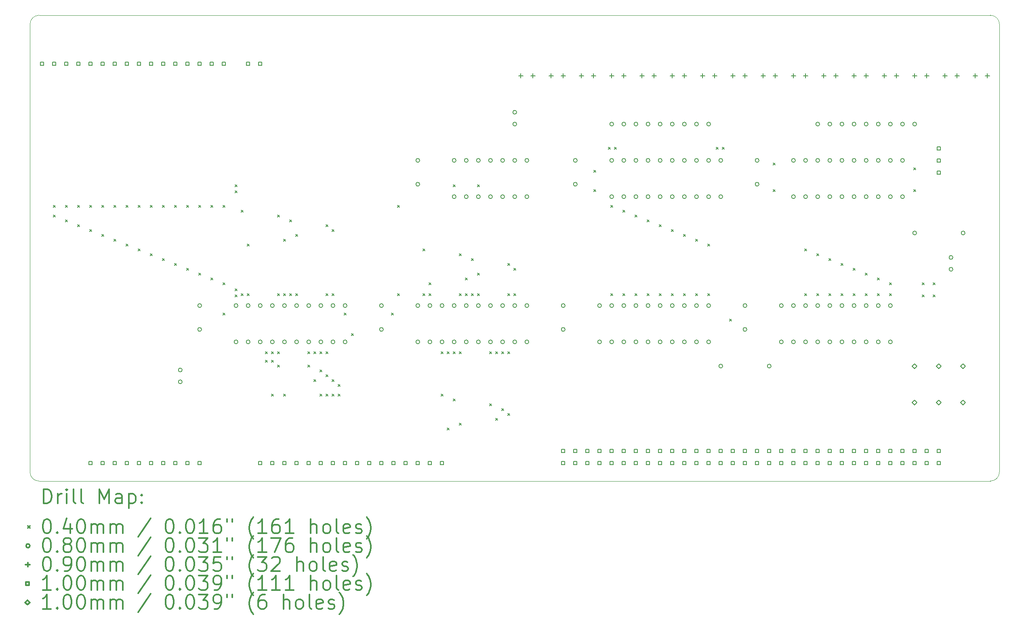
<source format=gbr>
%FSLAX45Y45*%
G04 Gerber Fmt 4.5, Leading zero omitted, Abs format (unit mm)*
G04 Created by KiCad (PCBNEW (5.1.5)-3) date 2022-12-08 21:40:59*
%MOMM*%
%LPD*%
G04 APERTURE LIST*
%TA.AperFunction,Profile*%
%ADD10C,0.050000*%
%TD*%
%ADD11C,0.200000*%
%ADD12C,0.300000*%
G04 APERTURE END LIST*
D10*
X25400000Y-14160500D02*
G75*
G02X25209500Y-14351000I-190500J0D01*
G01*
X5270500Y-14351000D02*
G75*
G02X5080000Y-14160500I0J190500D01*
G01*
X5080000Y-4762500D02*
G75*
G02X5270500Y-4572000I190500J0D01*
G01*
X25209500Y-4572000D02*
G75*
G02X25400000Y-4762500I0J-190500D01*
G01*
X5270500Y-14351000D02*
X25209500Y-14351000D01*
X5080000Y-4762500D02*
X5080000Y-14160500D01*
X25209500Y-4572000D02*
X5270500Y-4572000D01*
X25400000Y-14160500D02*
X25400000Y-4762500D01*
D11*
X5567999Y-8565200D02*
X5607999Y-8605200D01*
X5607999Y-8565200D02*
X5567999Y-8605200D01*
X5568000Y-8768402D02*
X5608000Y-8808402D01*
X5608000Y-8768402D02*
X5568000Y-8808402D01*
X5822000Y-8565199D02*
X5862000Y-8605199D01*
X5862000Y-8565199D02*
X5822000Y-8605199D01*
X5822000Y-8870001D02*
X5862000Y-8910001D01*
X5862000Y-8870001D02*
X5822000Y-8910001D01*
X6076000Y-8565200D02*
X6116000Y-8605200D01*
X6116000Y-8565200D02*
X6076000Y-8605200D01*
X6076000Y-8971600D02*
X6116000Y-9011600D01*
X6116000Y-8971600D02*
X6076000Y-9011600D01*
X6329999Y-9073200D02*
X6369999Y-9113200D01*
X6369999Y-9073200D02*
X6329999Y-9113200D01*
X6330000Y-8565200D02*
X6370000Y-8605200D01*
X6370000Y-8565200D02*
X6330000Y-8605200D01*
X6584000Y-8565200D02*
X6624000Y-8605200D01*
X6624000Y-8565200D02*
X6584000Y-8605200D01*
X6584000Y-9174800D02*
X6624000Y-9214800D01*
X6624000Y-9174800D02*
X6584000Y-9214800D01*
X6838000Y-8565200D02*
X6878000Y-8605200D01*
X6878000Y-8565200D02*
X6838000Y-8605200D01*
X6838000Y-9276401D02*
X6878000Y-9316401D01*
X6878000Y-9276401D02*
X6838000Y-9316401D01*
X7092000Y-8565201D02*
X7132000Y-8605201D01*
X7132000Y-8565201D02*
X7092000Y-8605201D01*
X7092000Y-9378000D02*
X7132000Y-9418000D01*
X7132000Y-9378000D02*
X7092000Y-9418000D01*
X7346000Y-9479600D02*
X7386000Y-9519600D01*
X7386000Y-9479600D02*
X7346000Y-9519600D01*
X7346000Y-8565200D02*
X7386000Y-8605200D01*
X7386000Y-8565200D02*
X7346000Y-8605200D01*
X7600000Y-8565200D02*
X7640000Y-8605200D01*
X7640000Y-8565200D02*
X7600000Y-8605200D01*
X7600000Y-9581198D02*
X7640000Y-9621198D01*
X7640000Y-9581198D02*
X7600000Y-9621198D01*
X7854000Y-8565200D02*
X7894000Y-8605200D01*
X7894000Y-8565200D02*
X7854000Y-8605200D01*
X7854000Y-9682801D02*
X7894000Y-9722801D01*
X7894000Y-9682801D02*
X7854000Y-9722801D01*
X8108000Y-8565200D02*
X8148000Y-8605200D01*
X8148000Y-8565200D02*
X8108000Y-8605200D01*
X8108000Y-9784401D02*
X8148000Y-9824401D01*
X8148000Y-9784401D02*
X8108000Y-9824401D01*
X8362000Y-9886000D02*
X8402000Y-9926000D01*
X8402000Y-9886000D02*
X8362000Y-9926000D01*
X8362000Y-8565200D02*
X8402000Y-8605200D01*
X8402000Y-8565200D02*
X8362000Y-8605200D01*
X8616000Y-8565200D02*
X8656000Y-8605200D01*
X8656000Y-8565200D02*
X8616000Y-8605200D01*
X8616000Y-9987598D02*
X8656000Y-10027598D01*
X8656000Y-9987598D02*
X8616000Y-10027598D01*
X8870000Y-8565200D02*
X8910000Y-8605200D01*
X8910000Y-8565200D02*
X8870000Y-8605200D01*
X8870000Y-10089200D02*
X8910000Y-10129200D01*
X8910000Y-10089200D02*
X8870000Y-10129200D01*
X9124000Y-8565200D02*
X9164000Y-8605200D01*
X9164000Y-8565200D02*
X9124000Y-8605200D01*
X9124000Y-10190800D02*
X9164000Y-10230800D01*
X9164000Y-10190800D02*
X9124000Y-10230800D01*
X9124002Y-10825800D02*
X9164002Y-10865800D01*
X9164002Y-10825800D02*
X9124002Y-10865800D01*
X9378000Y-8133401D02*
X9418000Y-8173401D01*
X9418000Y-8133401D02*
X9378000Y-8173401D01*
X9378000Y-8260400D02*
X9418000Y-8300400D01*
X9418000Y-8260400D02*
X9378000Y-8300400D01*
X9378000Y-10317800D02*
X9418000Y-10357800D01*
X9418000Y-10317800D02*
X9378000Y-10357800D01*
X9378000Y-10444811D02*
X9418000Y-10484811D01*
X9418000Y-10444811D02*
X9378000Y-10484811D01*
X9504999Y-8666800D02*
X9544999Y-8706800D01*
X9544999Y-8666800D02*
X9504999Y-8706800D01*
X9505000Y-10419400D02*
X9545000Y-10459400D01*
X9545000Y-10419400D02*
X9505000Y-10459400D01*
X9632000Y-10419400D02*
X9672000Y-10459400D01*
X9672000Y-10419400D02*
X9632000Y-10459400D01*
X9632001Y-9378000D02*
X9672001Y-9418000D01*
X9672001Y-9378000D02*
X9632001Y-9418000D01*
X10013000Y-11638600D02*
X10053000Y-11678600D01*
X10053000Y-11638600D02*
X10013000Y-11678600D01*
X10013000Y-11816400D02*
X10053000Y-11856400D01*
X10053000Y-11816400D02*
X10013000Y-11856400D01*
X10140000Y-11638600D02*
X10180000Y-11678600D01*
X10180000Y-11638600D02*
X10140000Y-11678600D01*
X10140000Y-11816400D02*
X10180000Y-11856400D01*
X10180000Y-11816400D02*
X10140000Y-11856400D01*
X10140000Y-12527601D02*
X10180000Y-12567601D01*
X10180000Y-12527601D02*
X10140000Y-12567601D01*
X10267000Y-8768400D02*
X10307000Y-8808400D01*
X10307000Y-8768400D02*
X10267000Y-8808400D01*
X10267000Y-10419400D02*
X10307000Y-10459400D01*
X10307000Y-10419400D02*
X10267000Y-10459400D01*
X10267000Y-11638600D02*
X10307000Y-11678600D01*
X10307000Y-11638600D02*
X10267000Y-11678600D01*
X10267000Y-11918000D02*
X10307000Y-11958000D01*
X10307000Y-11918000D02*
X10267000Y-11958000D01*
X10394000Y-9276400D02*
X10434000Y-9316400D01*
X10434000Y-9276400D02*
X10394000Y-9316400D01*
X10394000Y-10419400D02*
X10434000Y-10459400D01*
X10434000Y-10419400D02*
X10394000Y-10459400D01*
X10394000Y-12527601D02*
X10434000Y-12567601D01*
X10434000Y-12527601D02*
X10394000Y-12567601D01*
X10521000Y-8870000D02*
X10561000Y-8910000D01*
X10561000Y-8870000D02*
X10521000Y-8910000D01*
X10521000Y-10419400D02*
X10561000Y-10459400D01*
X10561000Y-10419400D02*
X10521000Y-10459400D01*
X10648000Y-9174800D02*
X10688000Y-9214800D01*
X10688000Y-9174800D02*
X10648000Y-9214800D01*
X10648000Y-10419400D02*
X10688000Y-10459400D01*
X10688000Y-10419400D02*
X10648000Y-10459400D01*
X10902000Y-11638600D02*
X10942000Y-11678600D01*
X10942000Y-11638600D02*
X10902000Y-11678600D01*
X10902000Y-11918000D02*
X10942000Y-11958000D01*
X10942000Y-11918000D02*
X10902000Y-11958000D01*
X11029000Y-11638600D02*
X11069000Y-11678600D01*
X11069000Y-11638600D02*
X11029000Y-11678600D01*
X11029000Y-12222800D02*
X11069000Y-12262800D01*
X11069000Y-12222800D02*
X11029000Y-12262800D01*
X11156000Y-11638600D02*
X11196000Y-11678600D01*
X11196000Y-11638600D02*
X11156000Y-11678600D01*
X11156000Y-12019600D02*
X11196000Y-12059600D01*
X11196000Y-12019600D02*
X11156000Y-12059600D01*
X11156000Y-12527600D02*
X11196000Y-12567600D01*
X11196000Y-12527600D02*
X11156000Y-12567600D01*
X11283000Y-8971600D02*
X11323000Y-9011600D01*
X11323000Y-8971600D02*
X11283000Y-9011600D01*
X11283000Y-10419400D02*
X11323000Y-10459400D01*
X11323000Y-10419400D02*
X11283000Y-10459400D01*
X11283000Y-11638600D02*
X11323000Y-11678600D01*
X11323000Y-11638600D02*
X11283000Y-11678600D01*
X11283000Y-12121200D02*
X11323000Y-12161200D01*
X11323000Y-12121200D02*
X11283000Y-12161200D01*
X11283000Y-12527600D02*
X11323000Y-12567600D01*
X11323000Y-12527600D02*
X11283000Y-12567600D01*
X11410000Y-9073200D02*
X11450000Y-9113200D01*
X11450000Y-9073200D02*
X11410000Y-9113200D01*
X11410000Y-10419400D02*
X11450000Y-10459400D01*
X11450000Y-10419400D02*
X11410000Y-10459400D01*
X11410000Y-12222800D02*
X11450000Y-12262800D01*
X11450000Y-12222800D02*
X11410000Y-12262800D01*
X11410000Y-12527600D02*
X11450000Y-12567600D01*
X11450000Y-12527600D02*
X11410000Y-12567600D01*
X11537000Y-12324400D02*
X11577000Y-12364400D01*
X11577000Y-12324400D02*
X11537000Y-12364400D01*
X11537000Y-12527601D02*
X11577000Y-12567601D01*
X11577000Y-12527601D02*
X11537000Y-12567601D01*
X11664000Y-10825801D02*
X11704000Y-10865801D01*
X11704000Y-10825801D02*
X11664000Y-10865801D01*
X11816400Y-11257600D02*
X11856400Y-11297600D01*
X11856400Y-11257600D02*
X11816400Y-11297600D01*
X12654600Y-10825800D02*
X12694600Y-10865800D01*
X12694600Y-10825800D02*
X12654600Y-10865800D01*
X12781600Y-8565200D02*
X12821600Y-8605200D01*
X12821600Y-8565200D02*
X12781600Y-8605200D01*
X12781600Y-10419400D02*
X12821600Y-10459400D01*
X12821600Y-10419400D02*
X12781600Y-10459400D01*
X13315000Y-9479601D02*
X13355000Y-9519601D01*
X13355000Y-9479601D02*
X13315000Y-9519601D01*
X13315000Y-10419400D02*
X13355000Y-10459400D01*
X13355000Y-10419400D02*
X13315000Y-10459400D01*
X13442000Y-10190801D02*
X13482000Y-10230801D01*
X13482000Y-10190801D02*
X13442000Y-10230801D01*
X13442000Y-10419400D02*
X13482000Y-10459400D01*
X13482000Y-10419400D02*
X13442000Y-10459400D01*
X13696000Y-11638600D02*
X13736000Y-11678600D01*
X13736000Y-11638600D02*
X13696000Y-11678600D01*
X13696000Y-12527600D02*
X13736000Y-12567600D01*
X13736000Y-12527600D02*
X13696000Y-12567600D01*
X13823000Y-11638600D02*
X13863000Y-11678600D01*
X13863000Y-11638600D02*
X13823000Y-11678600D01*
X13823000Y-13238800D02*
X13863000Y-13278800D01*
X13863000Y-13238800D02*
X13823000Y-13278800D01*
X13950000Y-8133400D02*
X13990000Y-8173400D01*
X13990000Y-8133400D02*
X13950000Y-8173400D01*
X13950000Y-11638600D02*
X13990000Y-11678600D01*
X13990000Y-11638600D02*
X13950000Y-11678600D01*
X13950000Y-12629200D02*
X13990000Y-12669200D01*
X13990000Y-12629200D02*
X13950000Y-12669200D01*
X14077000Y-9581200D02*
X14117000Y-9621200D01*
X14117000Y-9581200D02*
X14077000Y-9621200D01*
X14077000Y-10419400D02*
X14117000Y-10459400D01*
X14117000Y-10419400D02*
X14077000Y-10459400D01*
X14077000Y-11638600D02*
X14117000Y-11678600D01*
X14117000Y-11638600D02*
X14077000Y-11678600D01*
X14077000Y-13137200D02*
X14117000Y-13177200D01*
X14117000Y-13137200D02*
X14077000Y-13177200D01*
X14204000Y-10089200D02*
X14244000Y-10129200D01*
X14244000Y-10089200D02*
X14204000Y-10129200D01*
X14204000Y-10419400D02*
X14244000Y-10459400D01*
X14244000Y-10419400D02*
X14204000Y-10459400D01*
X14331000Y-9682799D02*
X14371000Y-9722799D01*
X14371000Y-9682799D02*
X14331000Y-9722799D01*
X14331000Y-10419400D02*
X14371000Y-10459400D01*
X14371000Y-10419400D02*
X14331000Y-10459400D01*
X14458000Y-9987600D02*
X14498000Y-10027600D01*
X14498000Y-9987600D02*
X14458000Y-10027600D01*
X14458000Y-10419400D02*
X14498000Y-10459400D01*
X14498000Y-10419400D02*
X14458000Y-10459400D01*
X14458001Y-8133400D02*
X14498001Y-8173400D01*
X14498001Y-8133400D02*
X14458001Y-8173400D01*
X14712000Y-11638600D02*
X14752000Y-11678600D01*
X14752000Y-11638600D02*
X14712000Y-11678600D01*
X14712000Y-12730800D02*
X14752000Y-12770800D01*
X14752000Y-12730800D02*
X14712000Y-12770800D01*
X14839000Y-11638600D02*
X14879000Y-11678600D01*
X14879000Y-11638600D02*
X14839000Y-11678600D01*
X14839000Y-13035600D02*
X14879000Y-13075600D01*
X14879000Y-13035600D02*
X14839000Y-13075600D01*
X14966000Y-11638600D02*
X15006000Y-11678600D01*
X15006000Y-11638600D02*
X14966000Y-11678600D01*
X14966000Y-12832400D02*
X15006000Y-12872400D01*
X15006000Y-12832400D02*
X14966000Y-12872400D01*
X15093000Y-9784399D02*
X15133000Y-9824399D01*
X15133000Y-9784399D02*
X15093000Y-9824399D01*
X15093000Y-10419400D02*
X15133000Y-10459400D01*
X15133000Y-10419400D02*
X15093000Y-10459400D01*
X15093000Y-11638600D02*
X15133000Y-11678600D01*
X15133000Y-11638600D02*
X15093000Y-11678600D01*
X15093000Y-12934000D02*
X15133000Y-12974000D01*
X15133000Y-12934000D02*
X15093000Y-12974000D01*
X15220000Y-9885999D02*
X15260000Y-9925999D01*
X15260000Y-9885999D02*
X15220000Y-9925999D01*
X15220000Y-10419400D02*
X15260000Y-10459400D01*
X15260000Y-10419400D02*
X15220000Y-10459400D01*
X16896400Y-7828600D02*
X16936400Y-7868600D01*
X16936400Y-7828600D02*
X16896400Y-7868600D01*
X16896400Y-8235000D02*
X16936400Y-8275000D01*
X16936400Y-8235000D02*
X16896400Y-8275000D01*
X17201200Y-7346000D02*
X17241200Y-7386000D01*
X17241200Y-7346000D02*
X17201200Y-7386000D01*
X17252000Y-8565200D02*
X17292000Y-8605200D01*
X17292000Y-8565200D02*
X17252000Y-8605200D01*
X17252000Y-10419400D02*
X17292000Y-10459400D01*
X17292000Y-10419400D02*
X17252000Y-10459400D01*
X17328200Y-7346000D02*
X17368200Y-7386000D01*
X17368200Y-7346000D02*
X17328200Y-7386000D01*
X17506000Y-8666798D02*
X17546000Y-8706798D01*
X17546000Y-8666798D02*
X17506000Y-8706798D01*
X17506000Y-10419400D02*
X17546000Y-10459400D01*
X17546000Y-10419400D02*
X17506000Y-10459400D01*
X17760000Y-8768400D02*
X17800000Y-8808400D01*
X17800000Y-8768400D02*
X17760000Y-8808400D01*
X17760000Y-10419400D02*
X17800000Y-10459400D01*
X17800000Y-10419400D02*
X17760000Y-10459400D01*
X18014000Y-8870000D02*
X18054000Y-8910000D01*
X18054000Y-8870000D02*
X18014000Y-8910000D01*
X18014000Y-10419400D02*
X18054000Y-10459400D01*
X18054000Y-10419400D02*
X18014000Y-10459400D01*
X18268000Y-8971600D02*
X18308000Y-9011600D01*
X18308000Y-8971600D02*
X18268000Y-9011600D01*
X18268000Y-10419400D02*
X18308000Y-10459400D01*
X18308000Y-10419400D02*
X18268000Y-10459400D01*
X18521999Y-9073200D02*
X18561999Y-9113200D01*
X18561999Y-9073200D02*
X18521999Y-9113200D01*
X18522000Y-10419400D02*
X18562000Y-10459400D01*
X18562000Y-10419400D02*
X18522000Y-10459400D01*
X18776000Y-9174800D02*
X18816000Y-9214800D01*
X18816000Y-9174800D02*
X18776000Y-9214800D01*
X18776000Y-10419400D02*
X18816000Y-10459400D01*
X18816000Y-10419400D02*
X18776000Y-10459400D01*
X19030000Y-9276400D02*
X19070000Y-9316400D01*
X19070000Y-9276400D02*
X19030000Y-9316400D01*
X19030000Y-10419400D02*
X19070000Y-10459400D01*
X19070000Y-10419400D02*
X19030000Y-10459400D01*
X19284000Y-9377999D02*
X19324000Y-9417999D01*
X19324000Y-9377999D02*
X19284000Y-9417999D01*
X19284000Y-10419400D02*
X19324000Y-10459400D01*
X19324000Y-10419400D02*
X19284000Y-10459400D01*
X19461800Y-7346000D02*
X19501800Y-7386000D01*
X19501800Y-7346000D02*
X19461800Y-7386000D01*
X19588800Y-7346000D02*
X19628800Y-7386000D01*
X19628800Y-7346000D02*
X19588800Y-7386000D01*
X19741200Y-10952801D02*
X19781200Y-10992801D01*
X19781200Y-10952801D02*
X19741200Y-10992801D01*
X20655600Y-7676200D02*
X20695600Y-7716200D01*
X20695600Y-7676200D02*
X20655600Y-7716200D01*
X20655600Y-8235000D02*
X20695600Y-8275000D01*
X20695600Y-8235000D02*
X20655600Y-8275000D01*
X21316000Y-9479600D02*
X21356000Y-9519600D01*
X21356000Y-9479600D02*
X21316000Y-9519600D01*
X21316000Y-10419400D02*
X21356000Y-10459400D01*
X21356000Y-10419400D02*
X21316000Y-10459400D01*
X21569999Y-9581199D02*
X21609999Y-9621199D01*
X21609999Y-9581199D02*
X21569999Y-9621199D01*
X21570000Y-10419400D02*
X21610000Y-10459400D01*
X21610000Y-10419400D02*
X21570000Y-10459400D01*
X21824000Y-9682800D02*
X21864000Y-9722800D01*
X21864000Y-9682800D02*
X21824000Y-9722800D01*
X21824000Y-10419400D02*
X21864000Y-10459400D01*
X21864000Y-10419400D02*
X21824000Y-10459400D01*
X22078000Y-10419400D02*
X22118000Y-10459400D01*
X22118000Y-10419400D02*
X22078000Y-10459400D01*
X22078000Y-9784400D02*
X22118000Y-9824400D01*
X22118000Y-9784400D02*
X22078000Y-9824400D01*
X22332000Y-10419400D02*
X22372000Y-10459400D01*
X22372000Y-10419400D02*
X22332000Y-10459400D01*
X22332001Y-9886001D02*
X22372000Y-9926001D01*
X22372000Y-9886001D02*
X22332001Y-9926001D01*
X22585999Y-9987600D02*
X22625999Y-10027600D01*
X22625999Y-9987600D02*
X22585999Y-10027600D01*
X22586000Y-10419400D02*
X22626000Y-10459400D01*
X22626000Y-10419400D02*
X22586000Y-10459400D01*
X22840000Y-10419400D02*
X22880000Y-10459400D01*
X22880000Y-10419400D02*
X22840000Y-10459400D01*
X22840000Y-10089200D02*
X22880000Y-10129200D01*
X22880000Y-10089200D02*
X22840000Y-10129200D01*
X23094000Y-10190800D02*
X23134000Y-10230800D01*
X23134000Y-10190800D02*
X23094000Y-10230800D01*
X23094000Y-10419400D02*
X23134000Y-10459400D01*
X23134000Y-10419400D02*
X23094000Y-10459400D01*
X23602000Y-7777798D02*
X23642000Y-7817798D01*
X23642000Y-7777798D02*
X23602000Y-7817798D01*
X23602000Y-8235000D02*
X23642000Y-8275000D01*
X23642000Y-8235000D02*
X23602000Y-8275000D01*
X23779800Y-10190800D02*
X23819800Y-10230800D01*
X23819800Y-10190800D02*
X23779800Y-10230800D01*
X23779800Y-10444800D02*
X23819800Y-10484800D01*
X23819800Y-10444800D02*
X23779800Y-10484800D01*
X24008400Y-10190800D02*
X24048400Y-10230800D01*
X24048400Y-10190800D02*
X24008400Y-10230800D01*
X24008400Y-10444800D02*
X24048400Y-10484800D01*
X24048400Y-10444800D02*
X24008400Y-10484800D01*
X12486000Y-10668000D02*
G75*
G03X12486000Y-10668000I-40000J0D01*
G01*
X12486000Y-11168000D02*
G75*
G03X12486000Y-11168000I-40000J0D01*
G01*
X9438000Y-10668000D02*
G75*
G03X9438000Y-10668000I-40000J0D01*
G01*
X9438000Y-11430000D02*
G75*
G03X9438000Y-11430000I-40000J0D01*
G01*
X9692000Y-10668000D02*
G75*
G03X9692000Y-10668000I-40000J0D01*
G01*
X9692000Y-11430000D02*
G75*
G03X9692000Y-11430000I-40000J0D01*
G01*
X9946000Y-10668000D02*
G75*
G03X9946000Y-10668000I-40000J0D01*
G01*
X9946000Y-11430000D02*
G75*
G03X9946000Y-11430000I-40000J0D01*
G01*
X10200000Y-10668000D02*
G75*
G03X10200000Y-10668000I-40000J0D01*
G01*
X10200000Y-11430000D02*
G75*
G03X10200000Y-11430000I-40000J0D01*
G01*
X10454000Y-10668000D02*
G75*
G03X10454000Y-10668000I-40000J0D01*
G01*
X10454000Y-11430000D02*
G75*
G03X10454000Y-11430000I-40000J0D01*
G01*
X10708000Y-10668000D02*
G75*
G03X10708000Y-10668000I-40000J0D01*
G01*
X10708000Y-11430000D02*
G75*
G03X10708000Y-11430000I-40000J0D01*
G01*
X10962000Y-10668000D02*
G75*
G03X10962000Y-10668000I-40000J0D01*
G01*
X10962000Y-11430000D02*
G75*
G03X10962000Y-11430000I-40000J0D01*
G01*
X11216000Y-10668000D02*
G75*
G03X11216000Y-10668000I-40000J0D01*
G01*
X11216000Y-11430000D02*
G75*
G03X11216000Y-11430000I-40000J0D01*
G01*
X11470000Y-10668000D02*
G75*
G03X11470000Y-10668000I-40000J0D01*
G01*
X11470000Y-11430000D02*
G75*
G03X11470000Y-11430000I-40000J0D01*
G01*
X11724000Y-10668000D02*
G75*
G03X11724000Y-10668000I-40000J0D01*
G01*
X11724000Y-11430000D02*
G75*
G03X11724000Y-11430000I-40000J0D01*
G01*
X13248000Y-10668000D02*
G75*
G03X13248000Y-10668000I-40000J0D01*
G01*
X13248000Y-11430000D02*
G75*
G03X13248000Y-11430000I-40000J0D01*
G01*
X13502000Y-10668000D02*
G75*
G03X13502000Y-10668000I-40000J0D01*
G01*
X13502000Y-11430000D02*
G75*
G03X13502000Y-11430000I-40000J0D01*
G01*
X13756000Y-10668000D02*
G75*
G03X13756000Y-10668000I-40000J0D01*
G01*
X13756000Y-11430000D02*
G75*
G03X13756000Y-11430000I-40000J0D01*
G01*
X14010000Y-10668000D02*
G75*
G03X14010000Y-10668000I-40000J0D01*
G01*
X14010000Y-11430000D02*
G75*
G03X14010000Y-11430000I-40000J0D01*
G01*
X14264000Y-10668000D02*
G75*
G03X14264000Y-10668000I-40000J0D01*
G01*
X14264000Y-11430000D02*
G75*
G03X14264000Y-11430000I-40000J0D01*
G01*
X14518000Y-10668000D02*
G75*
G03X14518000Y-10668000I-40000J0D01*
G01*
X14518000Y-11430000D02*
G75*
G03X14518000Y-11430000I-40000J0D01*
G01*
X14772000Y-10668000D02*
G75*
G03X14772000Y-10668000I-40000J0D01*
G01*
X14772000Y-11430000D02*
G75*
G03X14772000Y-11430000I-40000J0D01*
G01*
X15026000Y-10668000D02*
G75*
G03X15026000Y-10668000I-40000J0D01*
G01*
X15026000Y-11430000D02*
G75*
G03X15026000Y-11430000I-40000J0D01*
G01*
X15280000Y-10668000D02*
G75*
G03X15280000Y-10668000I-40000J0D01*
G01*
X15280000Y-11430000D02*
G75*
G03X15280000Y-11430000I-40000J0D01*
G01*
X15534000Y-10668000D02*
G75*
G03X15534000Y-10668000I-40000J0D01*
G01*
X15534000Y-11430000D02*
G75*
G03X15534000Y-11430000I-40000J0D01*
G01*
X17058000Y-10668000D02*
G75*
G03X17058000Y-10668000I-40000J0D01*
G01*
X17058000Y-11430000D02*
G75*
G03X17058000Y-11430000I-40000J0D01*
G01*
X17312000Y-10668000D02*
G75*
G03X17312000Y-10668000I-40000J0D01*
G01*
X17312000Y-11430000D02*
G75*
G03X17312000Y-11430000I-40000J0D01*
G01*
X17566000Y-10668000D02*
G75*
G03X17566000Y-10668000I-40000J0D01*
G01*
X17566000Y-11430000D02*
G75*
G03X17566000Y-11430000I-40000J0D01*
G01*
X17820000Y-10668000D02*
G75*
G03X17820000Y-10668000I-40000J0D01*
G01*
X17820000Y-11430000D02*
G75*
G03X17820000Y-11430000I-40000J0D01*
G01*
X18074000Y-10668000D02*
G75*
G03X18074000Y-10668000I-40000J0D01*
G01*
X18074000Y-11430000D02*
G75*
G03X18074000Y-11430000I-40000J0D01*
G01*
X18328000Y-10668000D02*
G75*
G03X18328000Y-10668000I-40000J0D01*
G01*
X18328000Y-11430000D02*
G75*
G03X18328000Y-11430000I-40000J0D01*
G01*
X18582000Y-10668000D02*
G75*
G03X18582000Y-10668000I-40000J0D01*
G01*
X18582000Y-11430000D02*
G75*
G03X18582000Y-11430000I-40000J0D01*
G01*
X18836000Y-10668000D02*
G75*
G03X18836000Y-10668000I-40000J0D01*
G01*
X18836000Y-11430000D02*
G75*
G03X18836000Y-11430000I-40000J0D01*
G01*
X19090000Y-10668000D02*
G75*
G03X19090000Y-10668000I-40000J0D01*
G01*
X19090000Y-11430000D02*
G75*
G03X19090000Y-11430000I-40000J0D01*
G01*
X19344000Y-10668000D02*
G75*
G03X19344000Y-10668000I-40000J0D01*
G01*
X19344000Y-11430000D02*
G75*
G03X19344000Y-11430000I-40000J0D01*
G01*
X8269600Y-12018200D02*
G75*
G03X8269600Y-12018200I-40000J0D01*
G01*
X8269600Y-12268200D02*
G75*
G03X8269600Y-12268200I-40000J0D01*
G01*
X20868000Y-10668000D02*
G75*
G03X20868000Y-10668000I-40000J0D01*
G01*
X20868000Y-11430000D02*
G75*
G03X20868000Y-11430000I-40000J0D01*
G01*
X21122000Y-10668000D02*
G75*
G03X21122000Y-10668000I-40000J0D01*
G01*
X21122000Y-11430000D02*
G75*
G03X21122000Y-11430000I-40000J0D01*
G01*
X21376000Y-10668000D02*
G75*
G03X21376000Y-10668000I-40000J0D01*
G01*
X21376000Y-11430000D02*
G75*
G03X21376000Y-11430000I-40000J0D01*
G01*
X21630000Y-10668000D02*
G75*
G03X21630000Y-10668000I-40000J0D01*
G01*
X21630000Y-11430000D02*
G75*
G03X21630000Y-11430000I-40000J0D01*
G01*
X21884000Y-10668000D02*
G75*
G03X21884000Y-10668000I-40000J0D01*
G01*
X21884000Y-11430000D02*
G75*
G03X21884000Y-11430000I-40000J0D01*
G01*
X22138000Y-10668000D02*
G75*
G03X22138000Y-10668000I-40000J0D01*
G01*
X22138000Y-11430000D02*
G75*
G03X22138000Y-11430000I-40000J0D01*
G01*
X22392000Y-10668000D02*
G75*
G03X22392000Y-10668000I-40000J0D01*
G01*
X22392000Y-11430000D02*
G75*
G03X22392000Y-11430000I-40000J0D01*
G01*
X22646000Y-10668000D02*
G75*
G03X22646000Y-10668000I-40000J0D01*
G01*
X22646000Y-11430000D02*
G75*
G03X22646000Y-11430000I-40000J0D01*
G01*
X22900000Y-10668000D02*
G75*
G03X22900000Y-10668000I-40000J0D01*
G01*
X22900000Y-11430000D02*
G75*
G03X22900000Y-11430000I-40000J0D01*
G01*
X23154000Y-10668000D02*
G75*
G03X23154000Y-10668000I-40000J0D01*
G01*
X23154000Y-11430000D02*
G75*
G03X23154000Y-11430000I-40000J0D01*
G01*
X24424000Y-9656000D02*
G75*
G03X24424000Y-9656000I-40000J0D01*
G01*
X24424000Y-9906000D02*
G75*
G03X24424000Y-9906000I-40000J0D01*
G01*
X13248000Y-7620000D02*
G75*
G03X13248000Y-7620000I-40000J0D01*
G01*
X13248000Y-8120000D02*
G75*
G03X13248000Y-8120000I-40000J0D01*
G01*
X17312000Y-7620000D02*
G75*
G03X17312000Y-7620000I-40000J0D01*
G01*
X17312000Y-8382000D02*
G75*
G03X17312000Y-8382000I-40000J0D01*
G01*
X17566000Y-7620000D02*
G75*
G03X17566000Y-7620000I-40000J0D01*
G01*
X17566000Y-8382000D02*
G75*
G03X17566000Y-8382000I-40000J0D01*
G01*
X17820000Y-7620000D02*
G75*
G03X17820000Y-7620000I-40000J0D01*
G01*
X17820000Y-8382000D02*
G75*
G03X17820000Y-8382000I-40000J0D01*
G01*
X18074000Y-7620000D02*
G75*
G03X18074000Y-7620000I-40000J0D01*
G01*
X18074000Y-8382000D02*
G75*
G03X18074000Y-8382000I-40000J0D01*
G01*
X18328000Y-7620000D02*
G75*
G03X18328000Y-7620000I-40000J0D01*
G01*
X18328000Y-8382000D02*
G75*
G03X18328000Y-8382000I-40000J0D01*
G01*
X18582000Y-7620000D02*
G75*
G03X18582000Y-7620000I-40000J0D01*
G01*
X18582000Y-8382000D02*
G75*
G03X18582000Y-8382000I-40000J0D01*
G01*
X18836000Y-7620000D02*
G75*
G03X18836000Y-7620000I-40000J0D01*
G01*
X18836000Y-8382000D02*
G75*
G03X18836000Y-8382000I-40000J0D01*
G01*
X19090000Y-7620000D02*
G75*
G03X19090000Y-7620000I-40000J0D01*
G01*
X19090000Y-8382000D02*
G75*
G03X19090000Y-8382000I-40000J0D01*
G01*
X19344000Y-7620000D02*
G75*
G03X19344000Y-7620000I-40000J0D01*
G01*
X19344000Y-8382000D02*
G75*
G03X19344000Y-8382000I-40000J0D01*
G01*
X19598000Y-7620000D02*
G75*
G03X19598000Y-7620000I-40000J0D01*
G01*
X19598000Y-8382000D02*
G75*
G03X19598000Y-8382000I-40000J0D01*
G01*
X8676000Y-10668000D02*
G75*
G03X8676000Y-10668000I-40000J0D01*
G01*
X8676000Y-11168000D02*
G75*
G03X8676000Y-11168000I-40000J0D01*
G01*
X21122000Y-7620000D02*
G75*
G03X21122000Y-7620000I-40000J0D01*
G01*
X21122000Y-8382000D02*
G75*
G03X21122000Y-8382000I-40000J0D01*
G01*
X21376000Y-7620000D02*
G75*
G03X21376000Y-7620000I-40000J0D01*
G01*
X21376000Y-8382000D02*
G75*
G03X21376000Y-8382000I-40000J0D01*
G01*
X21630000Y-7620000D02*
G75*
G03X21630000Y-7620000I-40000J0D01*
G01*
X21630000Y-8382000D02*
G75*
G03X21630000Y-8382000I-40000J0D01*
G01*
X21884000Y-7620000D02*
G75*
G03X21884000Y-7620000I-40000J0D01*
G01*
X21884000Y-8382000D02*
G75*
G03X21884000Y-8382000I-40000J0D01*
G01*
X22138000Y-7620000D02*
G75*
G03X22138000Y-7620000I-40000J0D01*
G01*
X22138000Y-8382000D02*
G75*
G03X22138000Y-8382000I-40000J0D01*
G01*
X22392000Y-7620000D02*
G75*
G03X22392000Y-7620000I-40000J0D01*
G01*
X22392000Y-8382000D02*
G75*
G03X22392000Y-8382000I-40000J0D01*
G01*
X22646000Y-7620000D02*
G75*
G03X22646000Y-7620000I-40000J0D01*
G01*
X22646000Y-8382000D02*
G75*
G03X22646000Y-8382000I-40000J0D01*
G01*
X22900000Y-7620000D02*
G75*
G03X22900000Y-7620000I-40000J0D01*
G01*
X22900000Y-8382000D02*
G75*
G03X22900000Y-8382000I-40000J0D01*
G01*
X23154000Y-7620000D02*
G75*
G03X23154000Y-7620000I-40000J0D01*
G01*
X23154000Y-8382000D02*
G75*
G03X23154000Y-8382000I-40000J0D01*
G01*
X23408000Y-7620000D02*
G75*
G03X23408000Y-7620000I-40000J0D01*
G01*
X23408000Y-8382000D02*
G75*
G03X23408000Y-8382000I-40000J0D01*
G01*
X15280000Y-6608000D02*
G75*
G03X15280000Y-6608000I-40000J0D01*
G01*
X15280000Y-6858000D02*
G75*
G03X15280000Y-6858000I-40000J0D01*
G01*
X23662000Y-9144000D02*
G75*
G03X23662000Y-9144000I-40000J0D01*
G01*
X24678000Y-9144000D02*
G75*
G03X24678000Y-9144000I-40000J0D01*
G01*
X16296000Y-10668000D02*
G75*
G03X16296000Y-10668000I-40000J0D01*
G01*
X16296000Y-11168000D02*
G75*
G03X16296000Y-11168000I-40000J0D01*
G01*
X20106000Y-10668000D02*
G75*
G03X20106000Y-10668000I-40000J0D01*
G01*
X20106000Y-11168000D02*
G75*
G03X20106000Y-11168000I-40000J0D01*
G01*
X21630000Y-6858000D02*
G75*
G03X21630000Y-6858000I-40000J0D01*
G01*
X21884000Y-6858000D02*
G75*
G03X21884000Y-6858000I-40000J0D01*
G01*
X22138000Y-6858000D02*
G75*
G03X22138000Y-6858000I-40000J0D01*
G01*
X22392000Y-6858000D02*
G75*
G03X22392000Y-6858000I-40000J0D01*
G01*
X22646000Y-6858000D02*
G75*
G03X22646000Y-6858000I-40000J0D01*
G01*
X22900000Y-6858000D02*
G75*
G03X22900000Y-6858000I-40000J0D01*
G01*
X23154000Y-6858000D02*
G75*
G03X23154000Y-6858000I-40000J0D01*
G01*
X23408000Y-6858000D02*
G75*
G03X23408000Y-6858000I-40000J0D01*
G01*
X23662000Y-6858000D02*
G75*
G03X23662000Y-6858000I-40000J0D01*
G01*
X19598000Y-11938000D02*
G75*
G03X19598000Y-11938000I-40000J0D01*
G01*
X20614000Y-11938000D02*
G75*
G03X20614000Y-11938000I-40000J0D01*
G01*
X20360000Y-7620000D02*
G75*
G03X20360000Y-7620000I-40000J0D01*
G01*
X20360000Y-8120000D02*
G75*
G03X20360000Y-8120000I-40000J0D01*
G01*
X14010000Y-7620000D02*
G75*
G03X14010000Y-7620000I-40000J0D01*
G01*
X14010000Y-8382000D02*
G75*
G03X14010000Y-8382000I-40000J0D01*
G01*
X14264000Y-7620000D02*
G75*
G03X14264000Y-7620000I-40000J0D01*
G01*
X14264000Y-8382000D02*
G75*
G03X14264000Y-8382000I-40000J0D01*
G01*
X14518000Y-7620000D02*
G75*
G03X14518000Y-7620000I-40000J0D01*
G01*
X14518000Y-8382000D02*
G75*
G03X14518000Y-8382000I-40000J0D01*
G01*
X14772000Y-7620000D02*
G75*
G03X14772000Y-7620000I-40000J0D01*
G01*
X14772000Y-8382000D02*
G75*
G03X14772000Y-8382000I-40000J0D01*
G01*
X15026000Y-7620000D02*
G75*
G03X15026000Y-7620000I-40000J0D01*
G01*
X15026000Y-8382000D02*
G75*
G03X15026000Y-8382000I-40000J0D01*
G01*
X15280000Y-7620000D02*
G75*
G03X15280000Y-7620000I-40000J0D01*
G01*
X15280000Y-8382000D02*
G75*
G03X15280000Y-8382000I-40000J0D01*
G01*
X15534000Y-7620000D02*
G75*
G03X15534000Y-7620000I-40000J0D01*
G01*
X15534000Y-8382000D02*
G75*
G03X15534000Y-8382000I-40000J0D01*
G01*
X16550000Y-7620000D02*
G75*
G03X16550000Y-7620000I-40000J0D01*
G01*
X16550000Y-8120000D02*
G75*
G03X16550000Y-8120000I-40000J0D01*
G01*
X17312000Y-6858000D02*
G75*
G03X17312000Y-6858000I-40000J0D01*
G01*
X17566000Y-6858000D02*
G75*
G03X17566000Y-6858000I-40000J0D01*
G01*
X17820000Y-6858000D02*
G75*
G03X17820000Y-6858000I-40000J0D01*
G01*
X18074000Y-6858000D02*
G75*
G03X18074000Y-6858000I-40000J0D01*
G01*
X18328000Y-6858000D02*
G75*
G03X18328000Y-6858000I-40000J0D01*
G01*
X18582000Y-6858000D02*
G75*
G03X18582000Y-6858000I-40000J0D01*
G01*
X18836000Y-6858000D02*
G75*
G03X18836000Y-6858000I-40000J0D01*
G01*
X19090000Y-6858000D02*
G75*
G03X19090000Y-6858000I-40000J0D01*
G01*
X19344000Y-6858000D02*
G75*
G03X19344000Y-6858000I-40000J0D01*
G01*
X16002000Y-5797000D02*
X16002000Y-5887000D01*
X15957000Y-5842000D02*
X16047000Y-5842000D01*
X16256000Y-5797000D02*
X16256000Y-5887000D01*
X16211000Y-5842000D02*
X16301000Y-5842000D01*
X24892000Y-5797000D02*
X24892000Y-5887000D01*
X24847000Y-5842000D02*
X24937000Y-5842000D01*
X25146000Y-5797000D02*
X25146000Y-5887000D01*
X25101000Y-5842000D02*
X25191000Y-5842000D01*
X18542000Y-5797000D02*
X18542000Y-5887000D01*
X18497000Y-5842000D02*
X18587000Y-5842000D01*
X18796000Y-5797000D02*
X18796000Y-5887000D01*
X18751000Y-5842000D02*
X18841000Y-5842000D01*
X24257000Y-5797000D02*
X24257000Y-5887000D01*
X24212000Y-5842000D02*
X24302000Y-5842000D01*
X24511000Y-5797000D02*
X24511000Y-5887000D01*
X24466000Y-5842000D02*
X24556000Y-5842000D01*
X19177000Y-5797000D02*
X19177000Y-5887000D01*
X19132000Y-5842000D02*
X19222000Y-5842000D01*
X19431000Y-5797000D02*
X19431000Y-5887000D01*
X19386000Y-5842000D02*
X19476000Y-5842000D01*
X15367000Y-5797000D02*
X15367000Y-5887000D01*
X15322000Y-5842000D02*
X15412000Y-5842000D01*
X15621000Y-5797000D02*
X15621000Y-5887000D01*
X15576000Y-5842000D02*
X15666000Y-5842000D01*
X16637000Y-5797000D02*
X16637000Y-5887000D01*
X16592000Y-5842000D02*
X16682000Y-5842000D01*
X16891000Y-5797000D02*
X16891000Y-5887000D01*
X16846000Y-5842000D02*
X16936000Y-5842000D01*
X22352000Y-5797000D02*
X22352000Y-5887000D01*
X22307000Y-5842000D02*
X22397000Y-5842000D01*
X22606000Y-5797000D02*
X22606000Y-5887000D01*
X22561000Y-5842000D02*
X22651000Y-5842000D01*
X21082000Y-5797000D02*
X21082000Y-5887000D01*
X21037000Y-5842000D02*
X21127000Y-5842000D01*
X21336000Y-5797000D02*
X21336000Y-5887000D01*
X21291000Y-5842000D02*
X21381000Y-5842000D01*
X21717000Y-5797000D02*
X21717000Y-5887000D01*
X21672000Y-5842000D02*
X21762000Y-5842000D01*
X21971000Y-5797000D02*
X21971000Y-5887000D01*
X21926000Y-5842000D02*
X22016000Y-5842000D01*
X22987000Y-5797000D02*
X22987000Y-5887000D01*
X22942000Y-5842000D02*
X23032000Y-5842000D01*
X23241000Y-5797000D02*
X23241000Y-5887000D01*
X23196000Y-5842000D02*
X23286000Y-5842000D01*
X20447000Y-5797000D02*
X20447000Y-5887000D01*
X20402000Y-5842000D02*
X20492000Y-5842000D01*
X20701000Y-5797000D02*
X20701000Y-5887000D01*
X20656000Y-5842000D02*
X20746000Y-5842000D01*
X23622000Y-5797000D02*
X23622000Y-5887000D01*
X23577000Y-5842000D02*
X23667000Y-5842000D01*
X23876000Y-5797000D02*
X23876000Y-5887000D01*
X23831000Y-5842000D02*
X23921000Y-5842000D01*
X17907000Y-5797000D02*
X17907000Y-5887000D01*
X17862000Y-5842000D02*
X17952000Y-5842000D01*
X18161000Y-5797000D02*
X18161000Y-5887000D01*
X18116000Y-5842000D02*
X18206000Y-5842000D01*
X19812000Y-5797000D02*
X19812000Y-5887000D01*
X19767000Y-5842000D02*
X19857000Y-5842000D01*
X20066000Y-5797000D02*
X20066000Y-5887000D01*
X20021000Y-5842000D02*
X20111000Y-5842000D01*
X17272000Y-5797000D02*
X17272000Y-5887000D01*
X17227000Y-5842000D02*
X17317000Y-5842000D01*
X17526000Y-5797000D02*
X17526000Y-5887000D01*
X17481000Y-5842000D02*
X17571000Y-5842000D01*
X6385356Y-14005356D02*
X6385356Y-13934644D01*
X6314644Y-13934644D01*
X6314644Y-14005356D01*
X6385356Y-14005356D01*
X6639356Y-14005356D02*
X6639356Y-13934644D01*
X6568644Y-13934644D01*
X6568644Y-14005356D01*
X6639356Y-14005356D01*
X6893356Y-14005356D02*
X6893356Y-13934644D01*
X6822644Y-13934644D01*
X6822644Y-14005356D01*
X6893356Y-14005356D01*
X7147356Y-14005356D02*
X7147356Y-13934644D01*
X7076644Y-13934644D01*
X7076644Y-14005356D01*
X7147356Y-14005356D01*
X7401356Y-14005356D02*
X7401356Y-13934644D01*
X7330644Y-13934644D01*
X7330644Y-14005356D01*
X7401356Y-14005356D01*
X7655356Y-14005356D02*
X7655356Y-13934644D01*
X7584644Y-13934644D01*
X7584644Y-14005356D01*
X7655356Y-14005356D01*
X7909356Y-14005356D02*
X7909356Y-13934644D01*
X7838644Y-13934644D01*
X7838644Y-14005356D01*
X7909356Y-14005356D01*
X8163356Y-14005356D02*
X8163356Y-13934644D01*
X8092644Y-13934644D01*
X8092644Y-14005356D01*
X8163356Y-14005356D01*
X8417356Y-14005356D02*
X8417356Y-13934644D01*
X8346644Y-13934644D01*
X8346644Y-14005356D01*
X8417356Y-14005356D01*
X8671356Y-14005356D02*
X8671356Y-13934644D01*
X8600644Y-13934644D01*
X8600644Y-14005356D01*
X8671356Y-14005356D01*
X5369356Y-5623356D02*
X5369356Y-5552644D01*
X5298644Y-5552644D01*
X5298644Y-5623356D01*
X5369356Y-5623356D01*
X5623356Y-5623356D02*
X5623356Y-5552644D01*
X5552644Y-5552644D01*
X5552644Y-5623356D01*
X5623356Y-5623356D01*
X5877356Y-5623356D02*
X5877356Y-5552644D01*
X5806644Y-5552644D01*
X5806644Y-5623356D01*
X5877356Y-5623356D01*
X6131356Y-5623356D02*
X6131356Y-5552644D01*
X6060644Y-5552644D01*
X6060644Y-5623356D01*
X6131356Y-5623356D01*
X6385356Y-5623356D02*
X6385356Y-5552644D01*
X6314644Y-5552644D01*
X6314644Y-5623356D01*
X6385356Y-5623356D01*
X6639356Y-5623356D02*
X6639356Y-5552644D01*
X6568644Y-5552644D01*
X6568644Y-5623356D01*
X6639356Y-5623356D01*
X6893356Y-5623356D02*
X6893356Y-5552644D01*
X6822644Y-5552644D01*
X6822644Y-5623356D01*
X6893356Y-5623356D01*
X7147356Y-5623356D02*
X7147356Y-5552644D01*
X7076644Y-5552644D01*
X7076644Y-5623356D01*
X7147356Y-5623356D01*
X7401356Y-5623356D02*
X7401356Y-5552644D01*
X7330644Y-5552644D01*
X7330644Y-5623356D01*
X7401356Y-5623356D01*
X7655356Y-5623356D02*
X7655356Y-5552644D01*
X7584644Y-5552644D01*
X7584644Y-5623356D01*
X7655356Y-5623356D01*
X7909356Y-5623356D02*
X7909356Y-5552644D01*
X7838644Y-5552644D01*
X7838644Y-5623356D01*
X7909356Y-5623356D01*
X8163356Y-5623356D02*
X8163356Y-5552644D01*
X8092644Y-5552644D01*
X8092644Y-5623356D01*
X8163356Y-5623356D01*
X8417356Y-5623356D02*
X8417356Y-5552644D01*
X8346644Y-5552644D01*
X8346644Y-5623356D01*
X8417356Y-5623356D01*
X8671356Y-5623356D02*
X8671356Y-5552644D01*
X8600644Y-5552644D01*
X8600644Y-5623356D01*
X8671356Y-5623356D01*
X8925356Y-5623356D02*
X8925356Y-5552644D01*
X8854644Y-5552644D01*
X8854644Y-5623356D01*
X8925356Y-5623356D01*
X9179356Y-5623356D02*
X9179356Y-5552644D01*
X9108644Y-5552644D01*
X9108644Y-5623356D01*
X9179356Y-5623356D01*
X16291356Y-13751356D02*
X16291356Y-13680644D01*
X16220644Y-13680644D01*
X16220644Y-13751356D01*
X16291356Y-13751356D01*
X16291356Y-14005356D02*
X16291356Y-13934644D01*
X16220644Y-13934644D01*
X16220644Y-14005356D01*
X16291356Y-14005356D01*
X16545356Y-13751356D02*
X16545356Y-13680644D01*
X16474644Y-13680644D01*
X16474644Y-13751356D01*
X16545356Y-13751356D01*
X16545356Y-14005356D02*
X16545356Y-13934644D01*
X16474644Y-13934644D01*
X16474644Y-14005356D01*
X16545356Y-14005356D01*
X16799356Y-13751356D02*
X16799356Y-13680644D01*
X16728644Y-13680644D01*
X16728644Y-13751356D01*
X16799356Y-13751356D01*
X16799356Y-14005356D02*
X16799356Y-13934644D01*
X16728644Y-13934644D01*
X16728644Y-14005356D01*
X16799356Y-14005356D01*
X17053356Y-13751356D02*
X17053356Y-13680644D01*
X16982644Y-13680644D01*
X16982644Y-13751356D01*
X17053356Y-13751356D01*
X17053356Y-14005356D02*
X17053356Y-13934644D01*
X16982644Y-13934644D01*
X16982644Y-14005356D01*
X17053356Y-14005356D01*
X17307356Y-13751356D02*
X17307356Y-13680644D01*
X17236644Y-13680644D01*
X17236644Y-13751356D01*
X17307356Y-13751356D01*
X17307356Y-14005356D02*
X17307356Y-13934644D01*
X17236644Y-13934644D01*
X17236644Y-14005356D01*
X17307356Y-14005356D01*
X17561356Y-13751356D02*
X17561356Y-13680644D01*
X17490644Y-13680644D01*
X17490644Y-13751356D01*
X17561356Y-13751356D01*
X17561356Y-14005356D02*
X17561356Y-13934644D01*
X17490644Y-13934644D01*
X17490644Y-14005356D01*
X17561356Y-14005356D01*
X17815356Y-13751356D02*
X17815356Y-13680644D01*
X17744644Y-13680644D01*
X17744644Y-13751356D01*
X17815356Y-13751356D01*
X17815356Y-14005356D02*
X17815356Y-13934644D01*
X17744644Y-13934644D01*
X17744644Y-14005356D01*
X17815356Y-14005356D01*
X18069356Y-13751356D02*
X18069356Y-13680644D01*
X17998644Y-13680644D01*
X17998644Y-13751356D01*
X18069356Y-13751356D01*
X18069356Y-14005356D02*
X18069356Y-13934644D01*
X17998644Y-13934644D01*
X17998644Y-14005356D01*
X18069356Y-14005356D01*
X18323356Y-13751356D02*
X18323356Y-13680644D01*
X18252644Y-13680644D01*
X18252644Y-13751356D01*
X18323356Y-13751356D01*
X18323356Y-14005356D02*
X18323356Y-13934644D01*
X18252644Y-13934644D01*
X18252644Y-14005356D01*
X18323356Y-14005356D01*
X18577356Y-13751356D02*
X18577356Y-13680644D01*
X18506644Y-13680644D01*
X18506644Y-13751356D01*
X18577356Y-13751356D01*
X18577356Y-14005356D02*
X18577356Y-13934644D01*
X18506644Y-13934644D01*
X18506644Y-14005356D01*
X18577356Y-14005356D01*
X18831356Y-13751356D02*
X18831356Y-13680644D01*
X18760644Y-13680644D01*
X18760644Y-13751356D01*
X18831356Y-13751356D01*
X18831356Y-14005356D02*
X18831356Y-13934644D01*
X18760644Y-13934644D01*
X18760644Y-14005356D01*
X18831356Y-14005356D01*
X19085356Y-13751356D02*
X19085356Y-13680644D01*
X19014644Y-13680644D01*
X19014644Y-13751356D01*
X19085356Y-13751356D01*
X19085356Y-14005356D02*
X19085356Y-13934644D01*
X19014644Y-13934644D01*
X19014644Y-14005356D01*
X19085356Y-14005356D01*
X19339356Y-13751356D02*
X19339356Y-13680644D01*
X19268644Y-13680644D01*
X19268644Y-13751356D01*
X19339356Y-13751356D01*
X19339356Y-14005356D02*
X19339356Y-13934644D01*
X19268644Y-13934644D01*
X19268644Y-14005356D01*
X19339356Y-14005356D01*
X19593356Y-13751356D02*
X19593356Y-13680644D01*
X19522644Y-13680644D01*
X19522644Y-13751356D01*
X19593356Y-13751356D01*
X19593356Y-14005356D02*
X19593356Y-13934644D01*
X19522644Y-13934644D01*
X19522644Y-14005356D01*
X19593356Y-14005356D01*
X19847356Y-13751356D02*
X19847356Y-13680644D01*
X19776644Y-13680644D01*
X19776644Y-13751356D01*
X19847356Y-13751356D01*
X19847356Y-14005356D02*
X19847356Y-13934644D01*
X19776644Y-13934644D01*
X19776644Y-14005356D01*
X19847356Y-14005356D01*
X20101356Y-13751356D02*
X20101356Y-13680644D01*
X20030644Y-13680644D01*
X20030644Y-13751356D01*
X20101356Y-13751356D01*
X20101356Y-14005356D02*
X20101356Y-13934644D01*
X20030644Y-13934644D01*
X20030644Y-14005356D01*
X20101356Y-14005356D01*
X20355356Y-13751356D02*
X20355356Y-13680644D01*
X20284644Y-13680644D01*
X20284644Y-13751356D01*
X20355356Y-13751356D01*
X20355356Y-14005356D02*
X20355356Y-13934644D01*
X20284644Y-13934644D01*
X20284644Y-14005356D01*
X20355356Y-14005356D01*
X20609356Y-13751356D02*
X20609356Y-13680644D01*
X20538644Y-13680644D01*
X20538644Y-13751356D01*
X20609356Y-13751356D01*
X20609356Y-14005356D02*
X20609356Y-13934644D01*
X20538644Y-13934644D01*
X20538644Y-14005356D01*
X20609356Y-14005356D01*
X20863356Y-13751356D02*
X20863356Y-13680644D01*
X20792644Y-13680644D01*
X20792644Y-13751356D01*
X20863356Y-13751356D01*
X20863356Y-14005356D02*
X20863356Y-13934644D01*
X20792644Y-13934644D01*
X20792644Y-14005356D01*
X20863356Y-14005356D01*
X21117356Y-13751356D02*
X21117356Y-13680644D01*
X21046644Y-13680644D01*
X21046644Y-13751356D01*
X21117356Y-13751356D01*
X21117356Y-14005356D02*
X21117356Y-13934644D01*
X21046644Y-13934644D01*
X21046644Y-14005356D01*
X21117356Y-14005356D01*
X21371356Y-13751356D02*
X21371356Y-13680644D01*
X21300644Y-13680644D01*
X21300644Y-13751356D01*
X21371356Y-13751356D01*
X21371356Y-14005356D02*
X21371356Y-13934644D01*
X21300644Y-13934644D01*
X21300644Y-14005356D01*
X21371356Y-14005356D01*
X21625356Y-13751356D02*
X21625356Y-13680644D01*
X21554644Y-13680644D01*
X21554644Y-13751356D01*
X21625356Y-13751356D01*
X21625356Y-14005356D02*
X21625356Y-13934644D01*
X21554644Y-13934644D01*
X21554644Y-14005356D01*
X21625356Y-14005356D01*
X21879356Y-13751356D02*
X21879356Y-13680644D01*
X21808644Y-13680644D01*
X21808644Y-13751356D01*
X21879356Y-13751356D01*
X21879356Y-14005356D02*
X21879356Y-13934644D01*
X21808644Y-13934644D01*
X21808644Y-14005356D01*
X21879356Y-14005356D01*
X22133356Y-13751356D02*
X22133356Y-13680644D01*
X22062644Y-13680644D01*
X22062644Y-13751356D01*
X22133356Y-13751356D01*
X22133356Y-14005356D02*
X22133356Y-13934644D01*
X22062644Y-13934644D01*
X22062644Y-14005356D01*
X22133356Y-14005356D01*
X22387356Y-13751356D02*
X22387356Y-13680644D01*
X22316644Y-13680644D01*
X22316644Y-13751356D01*
X22387356Y-13751356D01*
X22387356Y-14005356D02*
X22387356Y-13934644D01*
X22316644Y-13934644D01*
X22316644Y-14005356D01*
X22387356Y-14005356D01*
X22641356Y-13751356D02*
X22641356Y-13680644D01*
X22570644Y-13680644D01*
X22570644Y-13751356D01*
X22641356Y-13751356D01*
X22641356Y-14005356D02*
X22641356Y-13934644D01*
X22570644Y-13934644D01*
X22570644Y-14005356D01*
X22641356Y-14005356D01*
X22895356Y-13751356D02*
X22895356Y-13680644D01*
X22824644Y-13680644D01*
X22824644Y-13751356D01*
X22895356Y-13751356D01*
X22895356Y-14005356D02*
X22895356Y-13934644D01*
X22824644Y-13934644D01*
X22824644Y-14005356D01*
X22895356Y-14005356D01*
X23149356Y-13751356D02*
X23149356Y-13680644D01*
X23078644Y-13680644D01*
X23078644Y-13751356D01*
X23149356Y-13751356D01*
X23149356Y-14005356D02*
X23149356Y-13934644D01*
X23078644Y-13934644D01*
X23078644Y-14005356D01*
X23149356Y-14005356D01*
X23403356Y-13751356D02*
X23403356Y-13680644D01*
X23332644Y-13680644D01*
X23332644Y-13751356D01*
X23403356Y-13751356D01*
X23403356Y-14005356D02*
X23403356Y-13934644D01*
X23332644Y-13934644D01*
X23332644Y-14005356D01*
X23403356Y-14005356D01*
X23657356Y-13751356D02*
X23657356Y-13680644D01*
X23586644Y-13680644D01*
X23586644Y-13751356D01*
X23657356Y-13751356D01*
X23657356Y-14005356D02*
X23657356Y-13934644D01*
X23586644Y-13934644D01*
X23586644Y-14005356D01*
X23657356Y-14005356D01*
X23911356Y-13751356D02*
X23911356Y-13680644D01*
X23840644Y-13680644D01*
X23840644Y-13751356D01*
X23911356Y-13751356D01*
X23911356Y-14005356D02*
X23911356Y-13934644D01*
X23840644Y-13934644D01*
X23840644Y-14005356D01*
X23911356Y-14005356D01*
X24165356Y-13751356D02*
X24165356Y-13680644D01*
X24094644Y-13680644D01*
X24094644Y-13751356D01*
X24165356Y-13751356D01*
X24165356Y-14005356D02*
X24165356Y-13934644D01*
X24094644Y-13934644D01*
X24094644Y-14005356D01*
X24165356Y-14005356D01*
X9941356Y-14005356D02*
X9941356Y-13934644D01*
X9870644Y-13934644D01*
X9870644Y-14005356D01*
X9941356Y-14005356D01*
X10195356Y-14005356D02*
X10195356Y-13934644D01*
X10124644Y-13934644D01*
X10124644Y-14005356D01*
X10195356Y-14005356D01*
X10449356Y-14005356D02*
X10449356Y-13934644D01*
X10378644Y-13934644D01*
X10378644Y-14005356D01*
X10449356Y-14005356D01*
X10703356Y-14005356D02*
X10703356Y-13934644D01*
X10632644Y-13934644D01*
X10632644Y-14005356D01*
X10703356Y-14005356D01*
X10957356Y-14005356D02*
X10957356Y-13934644D01*
X10886644Y-13934644D01*
X10886644Y-14005356D01*
X10957356Y-14005356D01*
X11211356Y-14005356D02*
X11211356Y-13934644D01*
X11140644Y-13934644D01*
X11140644Y-14005356D01*
X11211356Y-14005356D01*
X11465356Y-14005356D02*
X11465356Y-13934644D01*
X11394644Y-13934644D01*
X11394644Y-14005356D01*
X11465356Y-14005356D01*
X11719356Y-14005356D02*
X11719356Y-13934644D01*
X11648644Y-13934644D01*
X11648644Y-14005356D01*
X11719356Y-14005356D01*
X11973356Y-14005356D02*
X11973356Y-13934644D01*
X11902644Y-13934644D01*
X11902644Y-14005356D01*
X11973356Y-14005356D01*
X12227356Y-14005356D02*
X12227356Y-13934644D01*
X12156644Y-13934644D01*
X12156644Y-14005356D01*
X12227356Y-14005356D01*
X12481356Y-14005356D02*
X12481356Y-13934644D01*
X12410644Y-13934644D01*
X12410644Y-14005356D01*
X12481356Y-14005356D01*
X12735356Y-14005356D02*
X12735356Y-13934644D01*
X12664644Y-13934644D01*
X12664644Y-14005356D01*
X12735356Y-14005356D01*
X12989356Y-14005356D02*
X12989356Y-13934644D01*
X12918644Y-13934644D01*
X12918644Y-14005356D01*
X12989356Y-14005356D01*
X13243356Y-14005356D02*
X13243356Y-13934644D01*
X13172644Y-13934644D01*
X13172644Y-14005356D01*
X13243356Y-14005356D01*
X13497356Y-14005356D02*
X13497356Y-13934644D01*
X13426644Y-13934644D01*
X13426644Y-14005356D01*
X13497356Y-14005356D01*
X13751356Y-14005356D02*
X13751356Y-13934644D01*
X13680644Y-13934644D01*
X13680644Y-14005356D01*
X13751356Y-14005356D01*
X24165356Y-7401356D02*
X24165356Y-7330644D01*
X24094644Y-7330644D01*
X24094644Y-7401356D01*
X24165356Y-7401356D01*
X24165356Y-7655356D02*
X24165356Y-7584644D01*
X24094644Y-7584644D01*
X24094644Y-7655356D01*
X24165356Y-7655356D01*
X24165356Y-7909356D02*
X24165356Y-7838644D01*
X24094644Y-7838644D01*
X24094644Y-7909356D01*
X24165356Y-7909356D01*
X9687356Y-5623356D02*
X9687356Y-5552644D01*
X9616644Y-5552644D01*
X9616644Y-5623356D01*
X9687356Y-5623356D01*
X9941356Y-5623356D02*
X9941356Y-5552644D01*
X9870644Y-5552644D01*
X9870644Y-5623356D01*
X9941356Y-5623356D01*
X24638000Y-11988038D02*
X24688038Y-11938000D01*
X24638000Y-11887962D01*
X24587962Y-11938000D01*
X24638000Y-11988038D01*
X24130000Y-12750038D02*
X24180038Y-12700000D01*
X24130000Y-12649962D01*
X24079962Y-12700000D01*
X24130000Y-12750038D01*
X24130000Y-11988038D02*
X24180038Y-11938000D01*
X24130000Y-11887962D01*
X24079962Y-11938000D01*
X24130000Y-11988038D01*
X23622000Y-11988038D02*
X23672038Y-11938000D01*
X23622000Y-11887962D01*
X23571962Y-11938000D01*
X23622000Y-11988038D01*
X23622000Y-12750038D02*
X23672038Y-12700000D01*
X23622000Y-12649962D01*
X23571962Y-12700000D01*
X23622000Y-12750038D01*
X24638000Y-12750038D02*
X24688038Y-12700000D01*
X24638000Y-12649962D01*
X24587962Y-12700000D01*
X24638000Y-12750038D01*
D12*
X5363928Y-14819214D02*
X5363928Y-14519214D01*
X5435357Y-14519214D01*
X5478214Y-14533500D01*
X5506786Y-14562071D01*
X5521071Y-14590643D01*
X5535357Y-14647786D01*
X5535357Y-14690643D01*
X5521071Y-14747786D01*
X5506786Y-14776357D01*
X5478214Y-14804929D01*
X5435357Y-14819214D01*
X5363928Y-14819214D01*
X5663928Y-14819214D02*
X5663928Y-14619214D01*
X5663928Y-14676357D02*
X5678214Y-14647786D01*
X5692500Y-14633500D01*
X5721071Y-14619214D01*
X5749643Y-14619214D01*
X5849643Y-14819214D02*
X5849643Y-14619214D01*
X5849643Y-14519214D02*
X5835357Y-14533500D01*
X5849643Y-14547786D01*
X5863928Y-14533500D01*
X5849643Y-14519214D01*
X5849643Y-14547786D01*
X6035357Y-14819214D02*
X6006786Y-14804929D01*
X5992500Y-14776357D01*
X5992500Y-14519214D01*
X6192500Y-14819214D02*
X6163928Y-14804929D01*
X6149643Y-14776357D01*
X6149643Y-14519214D01*
X6535357Y-14819214D02*
X6535357Y-14519214D01*
X6635357Y-14733500D01*
X6735357Y-14519214D01*
X6735357Y-14819214D01*
X7006786Y-14819214D02*
X7006786Y-14662071D01*
X6992500Y-14633500D01*
X6963928Y-14619214D01*
X6906786Y-14619214D01*
X6878214Y-14633500D01*
X7006786Y-14804929D02*
X6978214Y-14819214D01*
X6906786Y-14819214D01*
X6878214Y-14804929D01*
X6863928Y-14776357D01*
X6863928Y-14747786D01*
X6878214Y-14719214D01*
X6906786Y-14704929D01*
X6978214Y-14704929D01*
X7006786Y-14690643D01*
X7149643Y-14619214D02*
X7149643Y-14919214D01*
X7149643Y-14633500D02*
X7178214Y-14619214D01*
X7235357Y-14619214D01*
X7263928Y-14633500D01*
X7278214Y-14647786D01*
X7292500Y-14676357D01*
X7292500Y-14762071D01*
X7278214Y-14790643D01*
X7263928Y-14804929D01*
X7235357Y-14819214D01*
X7178214Y-14819214D01*
X7149643Y-14804929D01*
X7421071Y-14790643D02*
X7435357Y-14804929D01*
X7421071Y-14819214D01*
X7406786Y-14804929D01*
X7421071Y-14790643D01*
X7421071Y-14819214D01*
X7421071Y-14633500D02*
X7435357Y-14647786D01*
X7421071Y-14662071D01*
X7406786Y-14647786D01*
X7421071Y-14633500D01*
X7421071Y-14662071D01*
X5037500Y-15293500D02*
X5077500Y-15333500D01*
X5077500Y-15293500D02*
X5037500Y-15333500D01*
X5421071Y-15149214D02*
X5449643Y-15149214D01*
X5478214Y-15163500D01*
X5492500Y-15177786D01*
X5506786Y-15206357D01*
X5521071Y-15263500D01*
X5521071Y-15334929D01*
X5506786Y-15392071D01*
X5492500Y-15420643D01*
X5478214Y-15434929D01*
X5449643Y-15449214D01*
X5421071Y-15449214D01*
X5392500Y-15434929D01*
X5378214Y-15420643D01*
X5363928Y-15392071D01*
X5349643Y-15334929D01*
X5349643Y-15263500D01*
X5363928Y-15206357D01*
X5378214Y-15177786D01*
X5392500Y-15163500D01*
X5421071Y-15149214D01*
X5649643Y-15420643D02*
X5663928Y-15434929D01*
X5649643Y-15449214D01*
X5635357Y-15434929D01*
X5649643Y-15420643D01*
X5649643Y-15449214D01*
X5921071Y-15249214D02*
X5921071Y-15449214D01*
X5849643Y-15134929D02*
X5778214Y-15349214D01*
X5963928Y-15349214D01*
X6135357Y-15149214D02*
X6163928Y-15149214D01*
X6192500Y-15163500D01*
X6206786Y-15177786D01*
X6221071Y-15206357D01*
X6235357Y-15263500D01*
X6235357Y-15334929D01*
X6221071Y-15392071D01*
X6206786Y-15420643D01*
X6192500Y-15434929D01*
X6163928Y-15449214D01*
X6135357Y-15449214D01*
X6106786Y-15434929D01*
X6092500Y-15420643D01*
X6078214Y-15392071D01*
X6063928Y-15334929D01*
X6063928Y-15263500D01*
X6078214Y-15206357D01*
X6092500Y-15177786D01*
X6106786Y-15163500D01*
X6135357Y-15149214D01*
X6363928Y-15449214D02*
X6363928Y-15249214D01*
X6363928Y-15277786D02*
X6378214Y-15263500D01*
X6406786Y-15249214D01*
X6449643Y-15249214D01*
X6478214Y-15263500D01*
X6492500Y-15292071D01*
X6492500Y-15449214D01*
X6492500Y-15292071D02*
X6506786Y-15263500D01*
X6535357Y-15249214D01*
X6578214Y-15249214D01*
X6606786Y-15263500D01*
X6621071Y-15292071D01*
X6621071Y-15449214D01*
X6763928Y-15449214D02*
X6763928Y-15249214D01*
X6763928Y-15277786D02*
X6778214Y-15263500D01*
X6806786Y-15249214D01*
X6849643Y-15249214D01*
X6878214Y-15263500D01*
X6892500Y-15292071D01*
X6892500Y-15449214D01*
X6892500Y-15292071D02*
X6906786Y-15263500D01*
X6935357Y-15249214D01*
X6978214Y-15249214D01*
X7006786Y-15263500D01*
X7021071Y-15292071D01*
X7021071Y-15449214D01*
X7606786Y-15134929D02*
X7349643Y-15520643D01*
X7992500Y-15149214D02*
X8021071Y-15149214D01*
X8049643Y-15163500D01*
X8063928Y-15177786D01*
X8078214Y-15206357D01*
X8092500Y-15263500D01*
X8092500Y-15334929D01*
X8078214Y-15392071D01*
X8063928Y-15420643D01*
X8049643Y-15434929D01*
X8021071Y-15449214D01*
X7992500Y-15449214D01*
X7963928Y-15434929D01*
X7949643Y-15420643D01*
X7935357Y-15392071D01*
X7921071Y-15334929D01*
X7921071Y-15263500D01*
X7935357Y-15206357D01*
X7949643Y-15177786D01*
X7963928Y-15163500D01*
X7992500Y-15149214D01*
X8221071Y-15420643D02*
X8235357Y-15434929D01*
X8221071Y-15449214D01*
X8206786Y-15434929D01*
X8221071Y-15420643D01*
X8221071Y-15449214D01*
X8421071Y-15149214D02*
X8449643Y-15149214D01*
X8478214Y-15163500D01*
X8492500Y-15177786D01*
X8506786Y-15206357D01*
X8521071Y-15263500D01*
X8521071Y-15334929D01*
X8506786Y-15392071D01*
X8492500Y-15420643D01*
X8478214Y-15434929D01*
X8449643Y-15449214D01*
X8421071Y-15449214D01*
X8392500Y-15434929D01*
X8378214Y-15420643D01*
X8363928Y-15392071D01*
X8349643Y-15334929D01*
X8349643Y-15263500D01*
X8363928Y-15206357D01*
X8378214Y-15177786D01*
X8392500Y-15163500D01*
X8421071Y-15149214D01*
X8806786Y-15449214D02*
X8635357Y-15449214D01*
X8721071Y-15449214D02*
X8721071Y-15149214D01*
X8692500Y-15192071D01*
X8663928Y-15220643D01*
X8635357Y-15234929D01*
X9063928Y-15149214D02*
X9006786Y-15149214D01*
X8978214Y-15163500D01*
X8963928Y-15177786D01*
X8935357Y-15220643D01*
X8921071Y-15277786D01*
X8921071Y-15392071D01*
X8935357Y-15420643D01*
X8949643Y-15434929D01*
X8978214Y-15449214D01*
X9035357Y-15449214D01*
X9063928Y-15434929D01*
X9078214Y-15420643D01*
X9092500Y-15392071D01*
X9092500Y-15320643D01*
X9078214Y-15292071D01*
X9063928Y-15277786D01*
X9035357Y-15263500D01*
X8978214Y-15263500D01*
X8949643Y-15277786D01*
X8935357Y-15292071D01*
X8921071Y-15320643D01*
X9206786Y-15149214D02*
X9206786Y-15206357D01*
X9321071Y-15149214D02*
X9321071Y-15206357D01*
X9763928Y-15563500D02*
X9749643Y-15549214D01*
X9721071Y-15506357D01*
X9706786Y-15477786D01*
X9692500Y-15434929D01*
X9678214Y-15363500D01*
X9678214Y-15306357D01*
X9692500Y-15234929D01*
X9706786Y-15192071D01*
X9721071Y-15163500D01*
X9749643Y-15120643D01*
X9763928Y-15106357D01*
X10035357Y-15449214D02*
X9863928Y-15449214D01*
X9949643Y-15449214D02*
X9949643Y-15149214D01*
X9921071Y-15192071D01*
X9892500Y-15220643D01*
X9863928Y-15234929D01*
X10292500Y-15149214D02*
X10235357Y-15149214D01*
X10206786Y-15163500D01*
X10192500Y-15177786D01*
X10163928Y-15220643D01*
X10149643Y-15277786D01*
X10149643Y-15392071D01*
X10163928Y-15420643D01*
X10178214Y-15434929D01*
X10206786Y-15449214D01*
X10263928Y-15449214D01*
X10292500Y-15434929D01*
X10306786Y-15420643D01*
X10321071Y-15392071D01*
X10321071Y-15320643D01*
X10306786Y-15292071D01*
X10292500Y-15277786D01*
X10263928Y-15263500D01*
X10206786Y-15263500D01*
X10178214Y-15277786D01*
X10163928Y-15292071D01*
X10149643Y-15320643D01*
X10606786Y-15449214D02*
X10435357Y-15449214D01*
X10521071Y-15449214D02*
X10521071Y-15149214D01*
X10492500Y-15192071D01*
X10463928Y-15220643D01*
X10435357Y-15234929D01*
X10963928Y-15449214D02*
X10963928Y-15149214D01*
X11092500Y-15449214D02*
X11092500Y-15292071D01*
X11078214Y-15263500D01*
X11049643Y-15249214D01*
X11006786Y-15249214D01*
X10978214Y-15263500D01*
X10963928Y-15277786D01*
X11278214Y-15449214D02*
X11249643Y-15434929D01*
X11235357Y-15420643D01*
X11221071Y-15392071D01*
X11221071Y-15306357D01*
X11235357Y-15277786D01*
X11249643Y-15263500D01*
X11278214Y-15249214D01*
X11321071Y-15249214D01*
X11349643Y-15263500D01*
X11363928Y-15277786D01*
X11378214Y-15306357D01*
X11378214Y-15392071D01*
X11363928Y-15420643D01*
X11349643Y-15434929D01*
X11321071Y-15449214D01*
X11278214Y-15449214D01*
X11549643Y-15449214D02*
X11521071Y-15434929D01*
X11506786Y-15406357D01*
X11506786Y-15149214D01*
X11778214Y-15434929D02*
X11749643Y-15449214D01*
X11692500Y-15449214D01*
X11663928Y-15434929D01*
X11649643Y-15406357D01*
X11649643Y-15292071D01*
X11663928Y-15263500D01*
X11692500Y-15249214D01*
X11749643Y-15249214D01*
X11778214Y-15263500D01*
X11792500Y-15292071D01*
X11792500Y-15320643D01*
X11649643Y-15349214D01*
X11906786Y-15434929D02*
X11935357Y-15449214D01*
X11992500Y-15449214D01*
X12021071Y-15434929D01*
X12035357Y-15406357D01*
X12035357Y-15392071D01*
X12021071Y-15363500D01*
X11992500Y-15349214D01*
X11949643Y-15349214D01*
X11921071Y-15334929D01*
X11906786Y-15306357D01*
X11906786Y-15292071D01*
X11921071Y-15263500D01*
X11949643Y-15249214D01*
X11992500Y-15249214D01*
X12021071Y-15263500D01*
X12135357Y-15563500D02*
X12149643Y-15549214D01*
X12178214Y-15506357D01*
X12192500Y-15477786D01*
X12206786Y-15434929D01*
X12221071Y-15363500D01*
X12221071Y-15306357D01*
X12206786Y-15234929D01*
X12192500Y-15192071D01*
X12178214Y-15163500D01*
X12149643Y-15120643D01*
X12135357Y-15106357D01*
X5077500Y-15709500D02*
G75*
G03X5077500Y-15709500I-40000J0D01*
G01*
X5421071Y-15545214D02*
X5449643Y-15545214D01*
X5478214Y-15559500D01*
X5492500Y-15573786D01*
X5506786Y-15602357D01*
X5521071Y-15659500D01*
X5521071Y-15730929D01*
X5506786Y-15788071D01*
X5492500Y-15816643D01*
X5478214Y-15830929D01*
X5449643Y-15845214D01*
X5421071Y-15845214D01*
X5392500Y-15830929D01*
X5378214Y-15816643D01*
X5363928Y-15788071D01*
X5349643Y-15730929D01*
X5349643Y-15659500D01*
X5363928Y-15602357D01*
X5378214Y-15573786D01*
X5392500Y-15559500D01*
X5421071Y-15545214D01*
X5649643Y-15816643D02*
X5663928Y-15830929D01*
X5649643Y-15845214D01*
X5635357Y-15830929D01*
X5649643Y-15816643D01*
X5649643Y-15845214D01*
X5835357Y-15673786D02*
X5806786Y-15659500D01*
X5792500Y-15645214D01*
X5778214Y-15616643D01*
X5778214Y-15602357D01*
X5792500Y-15573786D01*
X5806786Y-15559500D01*
X5835357Y-15545214D01*
X5892500Y-15545214D01*
X5921071Y-15559500D01*
X5935357Y-15573786D01*
X5949643Y-15602357D01*
X5949643Y-15616643D01*
X5935357Y-15645214D01*
X5921071Y-15659500D01*
X5892500Y-15673786D01*
X5835357Y-15673786D01*
X5806786Y-15688071D01*
X5792500Y-15702357D01*
X5778214Y-15730929D01*
X5778214Y-15788071D01*
X5792500Y-15816643D01*
X5806786Y-15830929D01*
X5835357Y-15845214D01*
X5892500Y-15845214D01*
X5921071Y-15830929D01*
X5935357Y-15816643D01*
X5949643Y-15788071D01*
X5949643Y-15730929D01*
X5935357Y-15702357D01*
X5921071Y-15688071D01*
X5892500Y-15673786D01*
X6135357Y-15545214D02*
X6163928Y-15545214D01*
X6192500Y-15559500D01*
X6206786Y-15573786D01*
X6221071Y-15602357D01*
X6235357Y-15659500D01*
X6235357Y-15730929D01*
X6221071Y-15788071D01*
X6206786Y-15816643D01*
X6192500Y-15830929D01*
X6163928Y-15845214D01*
X6135357Y-15845214D01*
X6106786Y-15830929D01*
X6092500Y-15816643D01*
X6078214Y-15788071D01*
X6063928Y-15730929D01*
X6063928Y-15659500D01*
X6078214Y-15602357D01*
X6092500Y-15573786D01*
X6106786Y-15559500D01*
X6135357Y-15545214D01*
X6363928Y-15845214D02*
X6363928Y-15645214D01*
X6363928Y-15673786D02*
X6378214Y-15659500D01*
X6406786Y-15645214D01*
X6449643Y-15645214D01*
X6478214Y-15659500D01*
X6492500Y-15688071D01*
X6492500Y-15845214D01*
X6492500Y-15688071D02*
X6506786Y-15659500D01*
X6535357Y-15645214D01*
X6578214Y-15645214D01*
X6606786Y-15659500D01*
X6621071Y-15688071D01*
X6621071Y-15845214D01*
X6763928Y-15845214D02*
X6763928Y-15645214D01*
X6763928Y-15673786D02*
X6778214Y-15659500D01*
X6806786Y-15645214D01*
X6849643Y-15645214D01*
X6878214Y-15659500D01*
X6892500Y-15688071D01*
X6892500Y-15845214D01*
X6892500Y-15688071D02*
X6906786Y-15659500D01*
X6935357Y-15645214D01*
X6978214Y-15645214D01*
X7006786Y-15659500D01*
X7021071Y-15688071D01*
X7021071Y-15845214D01*
X7606786Y-15530929D02*
X7349643Y-15916643D01*
X7992500Y-15545214D02*
X8021071Y-15545214D01*
X8049643Y-15559500D01*
X8063928Y-15573786D01*
X8078214Y-15602357D01*
X8092500Y-15659500D01*
X8092500Y-15730929D01*
X8078214Y-15788071D01*
X8063928Y-15816643D01*
X8049643Y-15830929D01*
X8021071Y-15845214D01*
X7992500Y-15845214D01*
X7963928Y-15830929D01*
X7949643Y-15816643D01*
X7935357Y-15788071D01*
X7921071Y-15730929D01*
X7921071Y-15659500D01*
X7935357Y-15602357D01*
X7949643Y-15573786D01*
X7963928Y-15559500D01*
X7992500Y-15545214D01*
X8221071Y-15816643D02*
X8235357Y-15830929D01*
X8221071Y-15845214D01*
X8206786Y-15830929D01*
X8221071Y-15816643D01*
X8221071Y-15845214D01*
X8421071Y-15545214D02*
X8449643Y-15545214D01*
X8478214Y-15559500D01*
X8492500Y-15573786D01*
X8506786Y-15602357D01*
X8521071Y-15659500D01*
X8521071Y-15730929D01*
X8506786Y-15788071D01*
X8492500Y-15816643D01*
X8478214Y-15830929D01*
X8449643Y-15845214D01*
X8421071Y-15845214D01*
X8392500Y-15830929D01*
X8378214Y-15816643D01*
X8363928Y-15788071D01*
X8349643Y-15730929D01*
X8349643Y-15659500D01*
X8363928Y-15602357D01*
X8378214Y-15573786D01*
X8392500Y-15559500D01*
X8421071Y-15545214D01*
X8621071Y-15545214D02*
X8806786Y-15545214D01*
X8706786Y-15659500D01*
X8749643Y-15659500D01*
X8778214Y-15673786D01*
X8792500Y-15688071D01*
X8806786Y-15716643D01*
X8806786Y-15788071D01*
X8792500Y-15816643D01*
X8778214Y-15830929D01*
X8749643Y-15845214D01*
X8663928Y-15845214D01*
X8635357Y-15830929D01*
X8621071Y-15816643D01*
X9092500Y-15845214D02*
X8921071Y-15845214D01*
X9006786Y-15845214D02*
X9006786Y-15545214D01*
X8978214Y-15588071D01*
X8949643Y-15616643D01*
X8921071Y-15630929D01*
X9206786Y-15545214D02*
X9206786Y-15602357D01*
X9321071Y-15545214D02*
X9321071Y-15602357D01*
X9763928Y-15959500D02*
X9749643Y-15945214D01*
X9721071Y-15902357D01*
X9706786Y-15873786D01*
X9692500Y-15830929D01*
X9678214Y-15759500D01*
X9678214Y-15702357D01*
X9692500Y-15630929D01*
X9706786Y-15588071D01*
X9721071Y-15559500D01*
X9749643Y-15516643D01*
X9763928Y-15502357D01*
X10035357Y-15845214D02*
X9863928Y-15845214D01*
X9949643Y-15845214D02*
X9949643Y-15545214D01*
X9921071Y-15588071D01*
X9892500Y-15616643D01*
X9863928Y-15630929D01*
X10135357Y-15545214D02*
X10335357Y-15545214D01*
X10206786Y-15845214D01*
X10578214Y-15545214D02*
X10521071Y-15545214D01*
X10492500Y-15559500D01*
X10478214Y-15573786D01*
X10449643Y-15616643D01*
X10435357Y-15673786D01*
X10435357Y-15788071D01*
X10449643Y-15816643D01*
X10463928Y-15830929D01*
X10492500Y-15845214D01*
X10549643Y-15845214D01*
X10578214Y-15830929D01*
X10592500Y-15816643D01*
X10606786Y-15788071D01*
X10606786Y-15716643D01*
X10592500Y-15688071D01*
X10578214Y-15673786D01*
X10549643Y-15659500D01*
X10492500Y-15659500D01*
X10463928Y-15673786D01*
X10449643Y-15688071D01*
X10435357Y-15716643D01*
X10963928Y-15845214D02*
X10963928Y-15545214D01*
X11092500Y-15845214D02*
X11092500Y-15688071D01*
X11078214Y-15659500D01*
X11049643Y-15645214D01*
X11006786Y-15645214D01*
X10978214Y-15659500D01*
X10963928Y-15673786D01*
X11278214Y-15845214D02*
X11249643Y-15830929D01*
X11235357Y-15816643D01*
X11221071Y-15788071D01*
X11221071Y-15702357D01*
X11235357Y-15673786D01*
X11249643Y-15659500D01*
X11278214Y-15645214D01*
X11321071Y-15645214D01*
X11349643Y-15659500D01*
X11363928Y-15673786D01*
X11378214Y-15702357D01*
X11378214Y-15788071D01*
X11363928Y-15816643D01*
X11349643Y-15830929D01*
X11321071Y-15845214D01*
X11278214Y-15845214D01*
X11549643Y-15845214D02*
X11521071Y-15830929D01*
X11506786Y-15802357D01*
X11506786Y-15545214D01*
X11778214Y-15830929D02*
X11749643Y-15845214D01*
X11692500Y-15845214D01*
X11663928Y-15830929D01*
X11649643Y-15802357D01*
X11649643Y-15688071D01*
X11663928Y-15659500D01*
X11692500Y-15645214D01*
X11749643Y-15645214D01*
X11778214Y-15659500D01*
X11792500Y-15688071D01*
X11792500Y-15716643D01*
X11649643Y-15745214D01*
X11906786Y-15830929D02*
X11935357Y-15845214D01*
X11992500Y-15845214D01*
X12021071Y-15830929D01*
X12035357Y-15802357D01*
X12035357Y-15788071D01*
X12021071Y-15759500D01*
X11992500Y-15745214D01*
X11949643Y-15745214D01*
X11921071Y-15730929D01*
X11906786Y-15702357D01*
X11906786Y-15688071D01*
X11921071Y-15659500D01*
X11949643Y-15645214D01*
X11992500Y-15645214D01*
X12021071Y-15659500D01*
X12135357Y-15959500D02*
X12149643Y-15945214D01*
X12178214Y-15902357D01*
X12192500Y-15873786D01*
X12206786Y-15830929D01*
X12221071Y-15759500D01*
X12221071Y-15702357D01*
X12206786Y-15630929D01*
X12192500Y-15588071D01*
X12178214Y-15559500D01*
X12149643Y-15516643D01*
X12135357Y-15502357D01*
X5032500Y-16060500D02*
X5032500Y-16150500D01*
X4987500Y-16105500D02*
X5077500Y-16105500D01*
X5421071Y-15941214D02*
X5449643Y-15941214D01*
X5478214Y-15955500D01*
X5492500Y-15969786D01*
X5506786Y-15998357D01*
X5521071Y-16055500D01*
X5521071Y-16126929D01*
X5506786Y-16184071D01*
X5492500Y-16212643D01*
X5478214Y-16226929D01*
X5449643Y-16241214D01*
X5421071Y-16241214D01*
X5392500Y-16226929D01*
X5378214Y-16212643D01*
X5363928Y-16184071D01*
X5349643Y-16126929D01*
X5349643Y-16055500D01*
X5363928Y-15998357D01*
X5378214Y-15969786D01*
X5392500Y-15955500D01*
X5421071Y-15941214D01*
X5649643Y-16212643D02*
X5663928Y-16226929D01*
X5649643Y-16241214D01*
X5635357Y-16226929D01*
X5649643Y-16212643D01*
X5649643Y-16241214D01*
X5806786Y-16241214D02*
X5863928Y-16241214D01*
X5892500Y-16226929D01*
X5906786Y-16212643D01*
X5935357Y-16169786D01*
X5949643Y-16112643D01*
X5949643Y-15998357D01*
X5935357Y-15969786D01*
X5921071Y-15955500D01*
X5892500Y-15941214D01*
X5835357Y-15941214D01*
X5806786Y-15955500D01*
X5792500Y-15969786D01*
X5778214Y-15998357D01*
X5778214Y-16069786D01*
X5792500Y-16098357D01*
X5806786Y-16112643D01*
X5835357Y-16126929D01*
X5892500Y-16126929D01*
X5921071Y-16112643D01*
X5935357Y-16098357D01*
X5949643Y-16069786D01*
X6135357Y-15941214D02*
X6163928Y-15941214D01*
X6192500Y-15955500D01*
X6206786Y-15969786D01*
X6221071Y-15998357D01*
X6235357Y-16055500D01*
X6235357Y-16126929D01*
X6221071Y-16184071D01*
X6206786Y-16212643D01*
X6192500Y-16226929D01*
X6163928Y-16241214D01*
X6135357Y-16241214D01*
X6106786Y-16226929D01*
X6092500Y-16212643D01*
X6078214Y-16184071D01*
X6063928Y-16126929D01*
X6063928Y-16055500D01*
X6078214Y-15998357D01*
X6092500Y-15969786D01*
X6106786Y-15955500D01*
X6135357Y-15941214D01*
X6363928Y-16241214D02*
X6363928Y-16041214D01*
X6363928Y-16069786D02*
X6378214Y-16055500D01*
X6406786Y-16041214D01*
X6449643Y-16041214D01*
X6478214Y-16055500D01*
X6492500Y-16084071D01*
X6492500Y-16241214D01*
X6492500Y-16084071D02*
X6506786Y-16055500D01*
X6535357Y-16041214D01*
X6578214Y-16041214D01*
X6606786Y-16055500D01*
X6621071Y-16084071D01*
X6621071Y-16241214D01*
X6763928Y-16241214D02*
X6763928Y-16041214D01*
X6763928Y-16069786D02*
X6778214Y-16055500D01*
X6806786Y-16041214D01*
X6849643Y-16041214D01*
X6878214Y-16055500D01*
X6892500Y-16084071D01*
X6892500Y-16241214D01*
X6892500Y-16084071D02*
X6906786Y-16055500D01*
X6935357Y-16041214D01*
X6978214Y-16041214D01*
X7006786Y-16055500D01*
X7021071Y-16084071D01*
X7021071Y-16241214D01*
X7606786Y-15926929D02*
X7349643Y-16312643D01*
X7992500Y-15941214D02*
X8021071Y-15941214D01*
X8049643Y-15955500D01*
X8063928Y-15969786D01*
X8078214Y-15998357D01*
X8092500Y-16055500D01*
X8092500Y-16126929D01*
X8078214Y-16184071D01*
X8063928Y-16212643D01*
X8049643Y-16226929D01*
X8021071Y-16241214D01*
X7992500Y-16241214D01*
X7963928Y-16226929D01*
X7949643Y-16212643D01*
X7935357Y-16184071D01*
X7921071Y-16126929D01*
X7921071Y-16055500D01*
X7935357Y-15998357D01*
X7949643Y-15969786D01*
X7963928Y-15955500D01*
X7992500Y-15941214D01*
X8221071Y-16212643D02*
X8235357Y-16226929D01*
X8221071Y-16241214D01*
X8206786Y-16226929D01*
X8221071Y-16212643D01*
X8221071Y-16241214D01*
X8421071Y-15941214D02*
X8449643Y-15941214D01*
X8478214Y-15955500D01*
X8492500Y-15969786D01*
X8506786Y-15998357D01*
X8521071Y-16055500D01*
X8521071Y-16126929D01*
X8506786Y-16184071D01*
X8492500Y-16212643D01*
X8478214Y-16226929D01*
X8449643Y-16241214D01*
X8421071Y-16241214D01*
X8392500Y-16226929D01*
X8378214Y-16212643D01*
X8363928Y-16184071D01*
X8349643Y-16126929D01*
X8349643Y-16055500D01*
X8363928Y-15998357D01*
X8378214Y-15969786D01*
X8392500Y-15955500D01*
X8421071Y-15941214D01*
X8621071Y-15941214D02*
X8806786Y-15941214D01*
X8706786Y-16055500D01*
X8749643Y-16055500D01*
X8778214Y-16069786D01*
X8792500Y-16084071D01*
X8806786Y-16112643D01*
X8806786Y-16184071D01*
X8792500Y-16212643D01*
X8778214Y-16226929D01*
X8749643Y-16241214D01*
X8663928Y-16241214D01*
X8635357Y-16226929D01*
X8621071Y-16212643D01*
X9078214Y-15941214D02*
X8935357Y-15941214D01*
X8921071Y-16084071D01*
X8935357Y-16069786D01*
X8963928Y-16055500D01*
X9035357Y-16055500D01*
X9063928Y-16069786D01*
X9078214Y-16084071D01*
X9092500Y-16112643D01*
X9092500Y-16184071D01*
X9078214Y-16212643D01*
X9063928Y-16226929D01*
X9035357Y-16241214D01*
X8963928Y-16241214D01*
X8935357Y-16226929D01*
X8921071Y-16212643D01*
X9206786Y-15941214D02*
X9206786Y-15998357D01*
X9321071Y-15941214D02*
X9321071Y-15998357D01*
X9763928Y-16355500D02*
X9749643Y-16341214D01*
X9721071Y-16298357D01*
X9706786Y-16269786D01*
X9692500Y-16226929D01*
X9678214Y-16155500D01*
X9678214Y-16098357D01*
X9692500Y-16026929D01*
X9706786Y-15984071D01*
X9721071Y-15955500D01*
X9749643Y-15912643D01*
X9763928Y-15898357D01*
X9849643Y-15941214D02*
X10035357Y-15941214D01*
X9935357Y-16055500D01*
X9978214Y-16055500D01*
X10006786Y-16069786D01*
X10021071Y-16084071D01*
X10035357Y-16112643D01*
X10035357Y-16184071D01*
X10021071Y-16212643D01*
X10006786Y-16226929D01*
X9978214Y-16241214D01*
X9892500Y-16241214D01*
X9863928Y-16226929D01*
X9849643Y-16212643D01*
X10149643Y-15969786D02*
X10163928Y-15955500D01*
X10192500Y-15941214D01*
X10263928Y-15941214D01*
X10292500Y-15955500D01*
X10306786Y-15969786D01*
X10321071Y-15998357D01*
X10321071Y-16026929D01*
X10306786Y-16069786D01*
X10135357Y-16241214D01*
X10321071Y-16241214D01*
X10678214Y-16241214D02*
X10678214Y-15941214D01*
X10806786Y-16241214D02*
X10806786Y-16084071D01*
X10792500Y-16055500D01*
X10763928Y-16041214D01*
X10721071Y-16041214D01*
X10692500Y-16055500D01*
X10678214Y-16069786D01*
X10992500Y-16241214D02*
X10963928Y-16226929D01*
X10949643Y-16212643D01*
X10935357Y-16184071D01*
X10935357Y-16098357D01*
X10949643Y-16069786D01*
X10963928Y-16055500D01*
X10992500Y-16041214D01*
X11035357Y-16041214D01*
X11063928Y-16055500D01*
X11078214Y-16069786D01*
X11092500Y-16098357D01*
X11092500Y-16184071D01*
X11078214Y-16212643D01*
X11063928Y-16226929D01*
X11035357Y-16241214D01*
X10992500Y-16241214D01*
X11263928Y-16241214D02*
X11235357Y-16226929D01*
X11221071Y-16198357D01*
X11221071Y-15941214D01*
X11492500Y-16226929D02*
X11463928Y-16241214D01*
X11406786Y-16241214D01*
X11378214Y-16226929D01*
X11363928Y-16198357D01*
X11363928Y-16084071D01*
X11378214Y-16055500D01*
X11406786Y-16041214D01*
X11463928Y-16041214D01*
X11492500Y-16055500D01*
X11506786Y-16084071D01*
X11506786Y-16112643D01*
X11363928Y-16141214D01*
X11621071Y-16226929D02*
X11649643Y-16241214D01*
X11706786Y-16241214D01*
X11735357Y-16226929D01*
X11749643Y-16198357D01*
X11749643Y-16184071D01*
X11735357Y-16155500D01*
X11706786Y-16141214D01*
X11663928Y-16141214D01*
X11635357Y-16126929D01*
X11621071Y-16098357D01*
X11621071Y-16084071D01*
X11635357Y-16055500D01*
X11663928Y-16041214D01*
X11706786Y-16041214D01*
X11735357Y-16055500D01*
X11849643Y-16355500D02*
X11863928Y-16341214D01*
X11892500Y-16298357D01*
X11906786Y-16269786D01*
X11921071Y-16226929D01*
X11935357Y-16155500D01*
X11935357Y-16098357D01*
X11921071Y-16026929D01*
X11906786Y-15984071D01*
X11892500Y-15955500D01*
X11863928Y-15912643D01*
X11849643Y-15898357D01*
X5062856Y-16536856D02*
X5062856Y-16466144D01*
X4992144Y-16466144D01*
X4992144Y-16536856D01*
X5062856Y-16536856D01*
X5521071Y-16637214D02*
X5349643Y-16637214D01*
X5435357Y-16637214D02*
X5435357Y-16337214D01*
X5406786Y-16380071D01*
X5378214Y-16408643D01*
X5349643Y-16422929D01*
X5649643Y-16608643D02*
X5663928Y-16622929D01*
X5649643Y-16637214D01*
X5635357Y-16622929D01*
X5649643Y-16608643D01*
X5649643Y-16637214D01*
X5849643Y-16337214D02*
X5878214Y-16337214D01*
X5906786Y-16351500D01*
X5921071Y-16365786D01*
X5935357Y-16394357D01*
X5949643Y-16451500D01*
X5949643Y-16522929D01*
X5935357Y-16580071D01*
X5921071Y-16608643D01*
X5906786Y-16622929D01*
X5878214Y-16637214D01*
X5849643Y-16637214D01*
X5821071Y-16622929D01*
X5806786Y-16608643D01*
X5792500Y-16580071D01*
X5778214Y-16522929D01*
X5778214Y-16451500D01*
X5792500Y-16394357D01*
X5806786Y-16365786D01*
X5821071Y-16351500D01*
X5849643Y-16337214D01*
X6135357Y-16337214D02*
X6163928Y-16337214D01*
X6192500Y-16351500D01*
X6206786Y-16365786D01*
X6221071Y-16394357D01*
X6235357Y-16451500D01*
X6235357Y-16522929D01*
X6221071Y-16580071D01*
X6206786Y-16608643D01*
X6192500Y-16622929D01*
X6163928Y-16637214D01*
X6135357Y-16637214D01*
X6106786Y-16622929D01*
X6092500Y-16608643D01*
X6078214Y-16580071D01*
X6063928Y-16522929D01*
X6063928Y-16451500D01*
X6078214Y-16394357D01*
X6092500Y-16365786D01*
X6106786Y-16351500D01*
X6135357Y-16337214D01*
X6363928Y-16637214D02*
X6363928Y-16437214D01*
X6363928Y-16465786D02*
X6378214Y-16451500D01*
X6406786Y-16437214D01*
X6449643Y-16437214D01*
X6478214Y-16451500D01*
X6492500Y-16480071D01*
X6492500Y-16637214D01*
X6492500Y-16480071D02*
X6506786Y-16451500D01*
X6535357Y-16437214D01*
X6578214Y-16437214D01*
X6606786Y-16451500D01*
X6621071Y-16480071D01*
X6621071Y-16637214D01*
X6763928Y-16637214D02*
X6763928Y-16437214D01*
X6763928Y-16465786D02*
X6778214Y-16451500D01*
X6806786Y-16437214D01*
X6849643Y-16437214D01*
X6878214Y-16451500D01*
X6892500Y-16480071D01*
X6892500Y-16637214D01*
X6892500Y-16480071D02*
X6906786Y-16451500D01*
X6935357Y-16437214D01*
X6978214Y-16437214D01*
X7006786Y-16451500D01*
X7021071Y-16480071D01*
X7021071Y-16637214D01*
X7606786Y-16322929D02*
X7349643Y-16708643D01*
X7992500Y-16337214D02*
X8021071Y-16337214D01*
X8049643Y-16351500D01*
X8063928Y-16365786D01*
X8078214Y-16394357D01*
X8092500Y-16451500D01*
X8092500Y-16522929D01*
X8078214Y-16580071D01*
X8063928Y-16608643D01*
X8049643Y-16622929D01*
X8021071Y-16637214D01*
X7992500Y-16637214D01*
X7963928Y-16622929D01*
X7949643Y-16608643D01*
X7935357Y-16580071D01*
X7921071Y-16522929D01*
X7921071Y-16451500D01*
X7935357Y-16394357D01*
X7949643Y-16365786D01*
X7963928Y-16351500D01*
X7992500Y-16337214D01*
X8221071Y-16608643D02*
X8235357Y-16622929D01*
X8221071Y-16637214D01*
X8206786Y-16622929D01*
X8221071Y-16608643D01*
X8221071Y-16637214D01*
X8421071Y-16337214D02*
X8449643Y-16337214D01*
X8478214Y-16351500D01*
X8492500Y-16365786D01*
X8506786Y-16394357D01*
X8521071Y-16451500D01*
X8521071Y-16522929D01*
X8506786Y-16580071D01*
X8492500Y-16608643D01*
X8478214Y-16622929D01*
X8449643Y-16637214D01*
X8421071Y-16637214D01*
X8392500Y-16622929D01*
X8378214Y-16608643D01*
X8363928Y-16580071D01*
X8349643Y-16522929D01*
X8349643Y-16451500D01*
X8363928Y-16394357D01*
X8378214Y-16365786D01*
X8392500Y-16351500D01*
X8421071Y-16337214D01*
X8621071Y-16337214D02*
X8806786Y-16337214D01*
X8706786Y-16451500D01*
X8749643Y-16451500D01*
X8778214Y-16465786D01*
X8792500Y-16480071D01*
X8806786Y-16508643D01*
X8806786Y-16580071D01*
X8792500Y-16608643D01*
X8778214Y-16622929D01*
X8749643Y-16637214D01*
X8663928Y-16637214D01*
X8635357Y-16622929D01*
X8621071Y-16608643D01*
X8949643Y-16637214D02*
X9006786Y-16637214D01*
X9035357Y-16622929D01*
X9049643Y-16608643D01*
X9078214Y-16565786D01*
X9092500Y-16508643D01*
X9092500Y-16394357D01*
X9078214Y-16365786D01*
X9063928Y-16351500D01*
X9035357Y-16337214D01*
X8978214Y-16337214D01*
X8949643Y-16351500D01*
X8935357Y-16365786D01*
X8921071Y-16394357D01*
X8921071Y-16465786D01*
X8935357Y-16494357D01*
X8949643Y-16508643D01*
X8978214Y-16522929D01*
X9035357Y-16522929D01*
X9063928Y-16508643D01*
X9078214Y-16494357D01*
X9092500Y-16465786D01*
X9206786Y-16337214D02*
X9206786Y-16394357D01*
X9321071Y-16337214D02*
X9321071Y-16394357D01*
X9763928Y-16751500D02*
X9749643Y-16737214D01*
X9721071Y-16694357D01*
X9706786Y-16665786D01*
X9692500Y-16622929D01*
X9678214Y-16551500D01*
X9678214Y-16494357D01*
X9692500Y-16422929D01*
X9706786Y-16380071D01*
X9721071Y-16351500D01*
X9749643Y-16308643D01*
X9763928Y-16294357D01*
X10035357Y-16637214D02*
X9863928Y-16637214D01*
X9949643Y-16637214D02*
X9949643Y-16337214D01*
X9921071Y-16380071D01*
X9892500Y-16408643D01*
X9863928Y-16422929D01*
X10321071Y-16637214D02*
X10149643Y-16637214D01*
X10235357Y-16637214D02*
X10235357Y-16337214D01*
X10206786Y-16380071D01*
X10178214Y-16408643D01*
X10149643Y-16422929D01*
X10606786Y-16637214D02*
X10435357Y-16637214D01*
X10521071Y-16637214D02*
X10521071Y-16337214D01*
X10492500Y-16380071D01*
X10463928Y-16408643D01*
X10435357Y-16422929D01*
X10963928Y-16637214D02*
X10963928Y-16337214D01*
X11092500Y-16637214D02*
X11092500Y-16480071D01*
X11078214Y-16451500D01*
X11049643Y-16437214D01*
X11006786Y-16437214D01*
X10978214Y-16451500D01*
X10963928Y-16465786D01*
X11278214Y-16637214D02*
X11249643Y-16622929D01*
X11235357Y-16608643D01*
X11221071Y-16580071D01*
X11221071Y-16494357D01*
X11235357Y-16465786D01*
X11249643Y-16451500D01*
X11278214Y-16437214D01*
X11321071Y-16437214D01*
X11349643Y-16451500D01*
X11363928Y-16465786D01*
X11378214Y-16494357D01*
X11378214Y-16580071D01*
X11363928Y-16608643D01*
X11349643Y-16622929D01*
X11321071Y-16637214D01*
X11278214Y-16637214D01*
X11549643Y-16637214D02*
X11521071Y-16622929D01*
X11506786Y-16594357D01*
X11506786Y-16337214D01*
X11778214Y-16622929D02*
X11749643Y-16637214D01*
X11692500Y-16637214D01*
X11663928Y-16622929D01*
X11649643Y-16594357D01*
X11649643Y-16480071D01*
X11663928Y-16451500D01*
X11692500Y-16437214D01*
X11749643Y-16437214D01*
X11778214Y-16451500D01*
X11792500Y-16480071D01*
X11792500Y-16508643D01*
X11649643Y-16537214D01*
X11906786Y-16622929D02*
X11935357Y-16637214D01*
X11992500Y-16637214D01*
X12021071Y-16622929D01*
X12035357Y-16594357D01*
X12035357Y-16580071D01*
X12021071Y-16551500D01*
X11992500Y-16537214D01*
X11949643Y-16537214D01*
X11921071Y-16522929D01*
X11906786Y-16494357D01*
X11906786Y-16480071D01*
X11921071Y-16451500D01*
X11949643Y-16437214D01*
X11992500Y-16437214D01*
X12021071Y-16451500D01*
X12135357Y-16751500D02*
X12149643Y-16737214D01*
X12178214Y-16694357D01*
X12192500Y-16665786D01*
X12206786Y-16622929D01*
X12221071Y-16551500D01*
X12221071Y-16494357D01*
X12206786Y-16422929D01*
X12192500Y-16380071D01*
X12178214Y-16351500D01*
X12149643Y-16308643D01*
X12135357Y-16294357D01*
X5027462Y-16947538D02*
X5077500Y-16897500D01*
X5027462Y-16847462D01*
X4977424Y-16897500D01*
X5027462Y-16947538D01*
X5521071Y-17033214D02*
X5349643Y-17033214D01*
X5435357Y-17033214D02*
X5435357Y-16733214D01*
X5406786Y-16776071D01*
X5378214Y-16804643D01*
X5349643Y-16818929D01*
X5649643Y-17004643D02*
X5663928Y-17018929D01*
X5649643Y-17033214D01*
X5635357Y-17018929D01*
X5649643Y-17004643D01*
X5649643Y-17033214D01*
X5849643Y-16733214D02*
X5878214Y-16733214D01*
X5906786Y-16747500D01*
X5921071Y-16761786D01*
X5935357Y-16790357D01*
X5949643Y-16847500D01*
X5949643Y-16918929D01*
X5935357Y-16976072D01*
X5921071Y-17004643D01*
X5906786Y-17018929D01*
X5878214Y-17033214D01*
X5849643Y-17033214D01*
X5821071Y-17018929D01*
X5806786Y-17004643D01*
X5792500Y-16976072D01*
X5778214Y-16918929D01*
X5778214Y-16847500D01*
X5792500Y-16790357D01*
X5806786Y-16761786D01*
X5821071Y-16747500D01*
X5849643Y-16733214D01*
X6135357Y-16733214D02*
X6163928Y-16733214D01*
X6192500Y-16747500D01*
X6206786Y-16761786D01*
X6221071Y-16790357D01*
X6235357Y-16847500D01*
X6235357Y-16918929D01*
X6221071Y-16976072D01*
X6206786Y-17004643D01*
X6192500Y-17018929D01*
X6163928Y-17033214D01*
X6135357Y-17033214D01*
X6106786Y-17018929D01*
X6092500Y-17004643D01*
X6078214Y-16976072D01*
X6063928Y-16918929D01*
X6063928Y-16847500D01*
X6078214Y-16790357D01*
X6092500Y-16761786D01*
X6106786Y-16747500D01*
X6135357Y-16733214D01*
X6363928Y-17033214D02*
X6363928Y-16833214D01*
X6363928Y-16861786D02*
X6378214Y-16847500D01*
X6406786Y-16833214D01*
X6449643Y-16833214D01*
X6478214Y-16847500D01*
X6492500Y-16876072D01*
X6492500Y-17033214D01*
X6492500Y-16876072D02*
X6506786Y-16847500D01*
X6535357Y-16833214D01*
X6578214Y-16833214D01*
X6606786Y-16847500D01*
X6621071Y-16876072D01*
X6621071Y-17033214D01*
X6763928Y-17033214D02*
X6763928Y-16833214D01*
X6763928Y-16861786D02*
X6778214Y-16847500D01*
X6806786Y-16833214D01*
X6849643Y-16833214D01*
X6878214Y-16847500D01*
X6892500Y-16876072D01*
X6892500Y-17033214D01*
X6892500Y-16876072D02*
X6906786Y-16847500D01*
X6935357Y-16833214D01*
X6978214Y-16833214D01*
X7006786Y-16847500D01*
X7021071Y-16876072D01*
X7021071Y-17033214D01*
X7606786Y-16718929D02*
X7349643Y-17104643D01*
X7992500Y-16733214D02*
X8021071Y-16733214D01*
X8049643Y-16747500D01*
X8063928Y-16761786D01*
X8078214Y-16790357D01*
X8092500Y-16847500D01*
X8092500Y-16918929D01*
X8078214Y-16976072D01*
X8063928Y-17004643D01*
X8049643Y-17018929D01*
X8021071Y-17033214D01*
X7992500Y-17033214D01*
X7963928Y-17018929D01*
X7949643Y-17004643D01*
X7935357Y-16976072D01*
X7921071Y-16918929D01*
X7921071Y-16847500D01*
X7935357Y-16790357D01*
X7949643Y-16761786D01*
X7963928Y-16747500D01*
X7992500Y-16733214D01*
X8221071Y-17004643D02*
X8235357Y-17018929D01*
X8221071Y-17033214D01*
X8206786Y-17018929D01*
X8221071Y-17004643D01*
X8221071Y-17033214D01*
X8421071Y-16733214D02*
X8449643Y-16733214D01*
X8478214Y-16747500D01*
X8492500Y-16761786D01*
X8506786Y-16790357D01*
X8521071Y-16847500D01*
X8521071Y-16918929D01*
X8506786Y-16976072D01*
X8492500Y-17004643D01*
X8478214Y-17018929D01*
X8449643Y-17033214D01*
X8421071Y-17033214D01*
X8392500Y-17018929D01*
X8378214Y-17004643D01*
X8363928Y-16976072D01*
X8349643Y-16918929D01*
X8349643Y-16847500D01*
X8363928Y-16790357D01*
X8378214Y-16761786D01*
X8392500Y-16747500D01*
X8421071Y-16733214D01*
X8621071Y-16733214D02*
X8806786Y-16733214D01*
X8706786Y-16847500D01*
X8749643Y-16847500D01*
X8778214Y-16861786D01*
X8792500Y-16876072D01*
X8806786Y-16904643D01*
X8806786Y-16976072D01*
X8792500Y-17004643D01*
X8778214Y-17018929D01*
X8749643Y-17033214D01*
X8663928Y-17033214D01*
X8635357Y-17018929D01*
X8621071Y-17004643D01*
X8949643Y-17033214D02*
X9006786Y-17033214D01*
X9035357Y-17018929D01*
X9049643Y-17004643D01*
X9078214Y-16961786D01*
X9092500Y-16904643D01*
X9092500Y-16790357D01*
X9078214Y-16761786D01*
X9063928Y-16747500D01*
X9035357Y-16733214D01*
X8978214Y-16733214D01*
X8949643Y-16747500D01*
X8935357Y-16761786D01*
X8921071Y-16790357D01*
X8921071Y-16861786D01*
X8935357Y-16890357D01*
X8949643Y-16904643D01*
X8978214Y-16918929D01*
X9035357Y-16918929D01*
X9063928Y-16904643D01*
X9078214Y-16890357D01*
X9092500Y-16861786D01*
X9206786Y-16733214D02*
X9206786Y-16790357D01*
X9321071Y-16733214D02*
X9321071Y-16790357D01*
X9763928Y-17147500D02*
X9749643Y-17133214D01*
X9721071Y-17090357D01*
X9706786Y-17061786D01*
X9692500Y-17018929D01*
X9678214Y-16947500D01*
X9678214Y-16890357D01*
X9692500Y-16818929D01*
X9706786Y-16776071D01*
X9721071Y-16747500D01*
X9749643Y-16704643D01*
X9763928Y-16690357D01*
X10006786Y-16733214D02*
X9949643Y-16733214D01*
X9921071Y-16747500D01*
X9906786Y-16761786D01*
X9878214Y-16804643D01*
X9863928Y-16861786D01*
X9863928Y-16976072D01*
X9878214Y-17004643D01*
X9892500Y-17018929D01*
X9921071Y-17033214D01*
X9978214Y-17033214D01*
X10006786Y-17018929D01*
X10021071Y-17004643D01*
X10035357Y-16976072D01*
X10035357Y-16904643D01*
X10021071Y-16876072D01*
X10006786Y-16861786D01*
X9978214Y-16847500D01*
X9921071Y-16847500D01*
X9892500Y-16861786D01*
X9878214Y-16876072D01*
X9863928Y-16904643D01*
X10392500Y-17033214D02*
X10392500Y-16733214D01*
X10521071Y-17033214D02*
X10521071Y-16876072D01*
X10506786Y-16847500D01*
X10478214Y-16833214D01*
X10435357Y-16833214D01*
X10406786Y-16847500D01*
X10392500Y-16861786D01*
X10706786Y-17033214D02*
X10678214Y-17018929D01*
X10663928Y-17004643D01*
X10649643Y-16976072D01*
X10649643Y-16890357D01*
X10663928Y-16861786D01*
X10678214Y-16847500D01*
X10706786Y-16833214D01*
X10749643Y-16833214D01*
X10778214Y-16847500D01*
X10792500Y-16861786D01*
X10806786Y-16890357D01*
X10806786Y-16976072D01*
X10792500Y-17004643D01*
X10778214Y-17018929D01*
X10749643Y-17033214D01*
X10706786Y-17033214D01*
X10978214Y-17033214D02*
X10949643Y-17018929D01*
X10935357Y-16990357D01*
X10935357Y-16733214D01*
X11206786Y-17018929D02*
X11178214Y-17033214D01*
X11121071Y-17033214D01*
X11092500Y-17018929D01*
X11078214Y-16990357D01*
X11078214Y-16876072D01*
X11092500Y-16847500D01*
X11121071Y-16833214D01*
X11178214Y-16833214D01*
X11206786Y-16847500D01*
X11221071Y-16876072D01*
X11221071Y-16904643D01*
X11078214Y-16933214D01*
X11335357Y-17018929D02*
X11363928Y-17033214D01*
X11421071Y-17033214D01*
X11449643Y-17018929D01*
X11463928Y-16990357D01*
X11463928Y-16976072D01*
X11449643Y-16947500D01*
X11421071Y-16933214D01*
X11378214Y-16933214D01*
X11349643Y-16918929D01*
X11335357Y-16890357D01*
X11335357Y-16876072D01*
X11349643Y-16847500D01*
X11378214Y-16833214D01*
X11421071Y-16833214D01*
X11449643Y-16847500D01*
X11563928Y-17147500D02*
X11578214Y-17133214D01*
X11606786Y-17090357D01*
X11621071Y-17061786D01*
X11635357Y-17018929D01*
X11649643Y-16947500D01*
X11649643Y-16890357D01*
X11635357Y-16818929D01*
X11621071Y-16776071D01*
X11606786Y-16747500D01*
X11578214Y-16704643D01*
X11563928Y-16690357D01*
M02*

</source>
